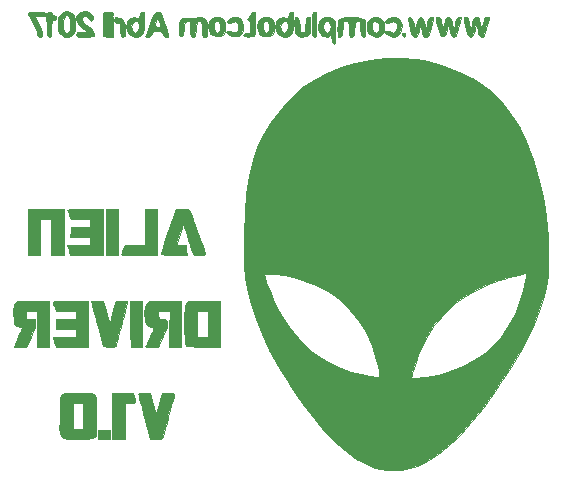
<source format=gbo>
G04 #@! TF.FileFunction,Legend,Bot*
%FSLAX46Y46*%
G04 Gerber Fmt 4.6, Leading zero omitted, Abs format (unit mm)*
G04 Created by KiCad (PCBNEW 4.0.6) date Tuesday, 11 '11e' April '11e' 2017, 13:18:08*
%MOMM*%
%LPD*%
G01*
G04 APERTURE LIST*
%ADD10C,0.100000*%
%ADD11C,0.010000*%
G04 APERTURE END LIST*
D10*
D11*
G36*
X125201428Y-87385788D02*
X125020395Y-87411189D01*
X124967564Y-87439500D01*
X124987764Y-87536329D01*
X125044641Y-87773114D01*
X125132227Y-88125940D01*
X125244552Y-88570887D01*
X125375645Y-89084040D01*
X125453623Y-89386834D01*
X125940117Y-91270667D01*
X126464353Y-91270667D01*
X126765863Y-91261595D01*
X126937717Y-91227609D01*
X127018945Y-91158550D01*
X127033717Y-91122500D01*
X127068116Y-90997743D01*
X127137646Y-90736503D01*
X127235084Y-90366247D01*
X127353207Y-89914442D01*
X127484790Y-89408556D01*
X127506894Y-89323334D01*
X127640136Y-88810912D01*
X127761289Y-88347796D01*
X127863086Y-87961542D01*
X127938258Y-87679709D01*
X127979536Y-87529854D01*
X127982517Y-87519944D01*
X127991937Y-87437497D01*
X127931605Y-87395138D01*
X127767429Y-87383868D01*
X127501228Y-87392944D01*
X126972365Y-87418334D01*
X126736905Y-88295555D01*
X126638400Y-88655941D01*
X126554681Y-88949969D01*
X126495902Y-89142727D01*
X126473778Y-89200444D01*
X126443047Y-89135232D01*
X126380433Y-88937236D01*
X126295316Y-88637901D01*
X126205723Y-88302056D01*
X125965335Y-87376000D01*
X125466667Y-87376000D01*
X125201428Y-87385788D01*
X125201428Y-87385788D01*
G37*
X125201428Y-87385788D02*
X125020395Y-87411189D01*
X124967564Y-87439500D01*
X124987764Y-87536329D01*
X125044641Y-87773114D01*
X125132227Y-88125940D01*
X125244552Y-88570887D01*
X125375645Y-89084040D01*
X125453623Y-89386834D01*
X125940117Y-91270667D01*
X126464353Y-91270667D01*
X126765863Y-91261595D01*
X126937717Y-91227609D01*
X127018945Y-91158550D01*
X127033717Y-91122500D01*
X127068116Y-90997743D01*
X127137646Y-90736503D01*
X127235084Y-90366247D01*
X127353207Y-89914442D01*
X127484790Y-89408556D01*
X127506894Y-89323334D01*
X127640136Y-88810912D01*
X127761289Y-88347796D01*
X127863086Y-87961542D01*
X127938258Y-87679709D01*
X127979536Y-87529854D01*
X127982517Y-87519944D01*
X127991937Y-87437497D01*
X127931605Y-87395138D01*
X127767429Y-87383868D01*
X127501228Y-87392944D01*
X126972365Y-87418334D01*
X126736905Y-88295555D01*
X126638400Y-88655941D01*
X126554681Y-88949969D01*
X126495902Y-89142727D01*
X126473778Y-89200444D01*
X126443047Y-89135232D01*
X126380433Y-88937236D01*
X126295316Y-88637901D01*
X126205723Y-88302056D01*
X125965335Y-87376000D01*
X125466667Y-87376000D01*
X125201428Y-87385788D01*
G36*
X122766666Y-91270667D02*
X123867333Y-91270667D01*
X123867333Y-88222667D01*
X124290666Y-88222667D01*
X124546875Y-88213495D01*
X124675346Y-88161740D01*
X124698851Y-88031044D01*
X124640163Y-87785046D01*
X124615931Y-87703323D01*
X124517863Y-87376000D01*
X122766666Y-87376000D01*
X122766666Y-91270667D01*
X122766666Y-91270667D01*
G37*
X122766666Y-91270667D02*
X123867333Y-91270667D01*
X123867333Y-88222667D01*
X124290666Y-88222667D01*
X124546875Y-88213495D01*
X124675346Y-88161740D01*
X124698851Y-88031044D01*
X124640163Y-87785046D01*
X124615931Y-87703323D01*
X124517863Y-87376000D01*
X122766666Y-87376000D01*
X122766666Y-91270667D01*
G36*
X121581333Y-91270667D02*
X122597333Y-91270667D01*
X122597333Y-90508667D01*
X121581333Y-90508667D01*
X121581333Y-91270667D01*
X121581333Y-91270667D01*
G37*
X121581333Y-91270667D02*
X122597333Y-91270667D01*
X122597333Y-90508667D01*
X121581333Y-90508667D01*
X121581333Y-91270667D01*
G36*
X119365761Y-87380461D02*
X118978095Y-87395154D01*
X118713207Y-87422048D01*
X118547921Y-87463111D01*
X118486015Y-87496024D01*
X118429053Y-87549213D01*
X118386244Y-87629790D01*
X118355045Y-87761430D01*
X118332911Y-87967809D01*
X118317300Y-88272604D01*
X118305666Y-88699489D01*
X118295516Y-89269041D01*
X118284263Y-89901979D01*
X118283294Y-90385646D01*
X118307901Y-90740029D01*
X118373375Y-90985116D01*
X118495008Y-91140895D01*
X118688090Y-91227352D01*
X118967913Y-91264476D01*
X119349769Y-91272254D01*
X119826828Y-91270667D01*
X120337548Y-91266750D01*
X120706468Y-91253276D01*
X120960981Y-91227660D01*
X121128476Y-91187319D01*
X121223828Y-91138866D01*
X121288895Y-91087276D01*
X121336924Y-91020691D01*
X121370498Y-90914954D01*
X121392202Y-90745904D01*
X121404620Y-90489384D01*
X121410336Y-90121234D01*
X121411935Y-89617296D01*
X121412000Y-89379705D01*
X121409738Y-88790827D01*
X121401815Y-88347730D01*
X121395855Y-88222667D01*
X120311333Y-88222667D01*
X120311333Y-90424000D01*
X119464666Y-90424000D01*
X119464666Y-88222667D01*
X120311333Y-88222667D01*
X121395855Y-88222667D01*
X121386525Y-88026907D01*
X121362161Y-87804851D01*
X121327016Y-87658055D01*
X121280199Y-87564172D01*
X121220770Y-87491192D01*
X121142938Y-87440000D01*
X121018444Y-87406746D01*
X120819030Y-87387578D01*
X120516437Y-87378645D01*
X120082406Y-87376097D01*
X119899381Y-87376000D01*
X119365761Y-87380461D01*
X119365761Y-87380461D01*
G37*
X119365761Y-87380461D02*
X118978095Y-87395154D01*
X118713207Y-87422048D01*
X118547921Y-87463111D01*
X118486015Y-87496024D01*
X118429053Y-87549213D01*
X118386244Y-87629790D01*
X118355045Y-87761430D01*
X118332911Y-87967809D01*
X118317300Y-88272604D01*
X118305666Y-88699489D01*
X118295516Y-89269041D01*
X118284263Y-89901979D01*
X118283294Y-90385646D01*
X118307901Y-90740029D01*
X118373375Y-90985116D01*
X118495008Y-91140895D01*
X118688090Y-91227352D01*
X118967913Y-91264476D01*
X119349769Y-91272254D01*
X119826828Y-91270667D01*
X120337548Y-91266750D01*
X120706468Y-91253276D01*
X120960981Y-91227660D01*
X121128476Y-91187319D01*
X121223828Y-91138866D01*
X121288895Y-91087276D01*
X121336924Y-91020691D01*
X121370498Y-90914954D01*
X121392202Y-90745904D01*
X121404620Y-90489384D01*
X121410336Y-90121234D01*
X121411935Y-89617296D01*
X121412000Y-89379705D01*
X121409738Y-88790827D01*
X121401815Y-88347730D01*
X121395855Y-88222667D01*
X120311333Y-88222667D01*
X120311333Y-90424000D01*
X119464666Y-90424000D01*
X119464666Y-88222667D01*
X120311333Y-88222667D01*
X121395855Y-88222667D01*
X121386525Y-88026907D01*
X121362161Y-87804851D01*
X121327016Y-87658055D01*
X121280199Y-87564172D01*
X121220770Y-87491192D01*
X121142938Y-87440000D01*
X121018444Y-87406746D01*
X120819030Y-87387578D01*
X120516437Y-87378645D01*
X120082406Y-87376097D01*
X119899381Y-87376000D01*
X119365761Y-87380461D01*
G36*
X130005457Y-79588453D02*
X129626966Y-79595604D01*
X129364845Y-79610809D01*
X129192623Y-79636758D01*
X129083828Y-79676140D01*
X129011989Y-79731644D01*
X129002789Y-79741500D01*
X128954290Y-79815251D01*
X128918209Y-79929771D01*
X128892798Y-80108242D01*
X128876310Y-80373846D01*
X128866999Y-80749766D01*
X128863119Y-81259185D01*
X128862666Y-81601188D01*
X128863594Y-82181036D01*
X128867769Y-82614419D01*
X128877282Y-82924205D01*
X128894220Y-83133258D01*
X128920673Y-83264445D01*
X128958730Y-83340630D01*
X129010481Y-83384679D01*
X129026434Y-83393688D01*
X129168926Y-83425159D01*
X129450928Y-83451203D01*
X129842661Y-83470106D01*
X130314341Y-83480155D01*
X130550434Y-83481334D01*
X131910666Y-83481334D01*
X131910666Y-80433334D01*
X130894666Y-80433334D01*
X130894666Y-82634667D01*
X129963333Y-82634667D01*
X129963333Y-80433334D01*
X130894666Y-80433334D01*
X131910666Y-80433334D01*
X131910666Y-79586667D01*
X130526789Y-79586667D01*
X130005457Y-79588453D01*
X130005457Y-79588453D01*
G37*
X130005457Y-79588453D02*
X129626966Y-79595604D01*
X129364845Y-79610809D01*
X129192623Y-79636758D01*
X129083828Y-79676140D01*
X129011989Y-79731644D01*
X129002789Y-79741500D01*
X128954290Y-79815251D01*
X128918209Y-79929771D01*
X128892798Y-80108242D01*
X128876310Y-80373846D01*
X128866999Y-80749766D01*
X128863119Y-81259185D01*
X128862666Y-81601188D01*
X128863594Y-82181036D01*
X128867769Y-82614419D01*
X128877282Y-82924205D01*
X128894220Y-83133258D01*
X128920673Y-83264445D01*
X128958730Y-83340630D01*
X129010481Y-83384679D01*
X129026434Y-83393688D01*
X129168926Y-83425159D01*
X129450928Y-83451203D01*
X129842661Y-83470106D01*
X130314341Y-83480155D01*
X130550434Y-83481334D01*
X131910666Y-83481334D01*
X131910666Y-80433334D01*
X130894666Y-80433334D01*
X130894666Y-82634667D01*
X129963333Y-82634667D01*
X129963333Y-80433334D01*
X130894666Y-80433334D01*
X131910666Y-80433334D01*
X131910666Y-79586667D01*
X130526789Y-79586667D01*
X130005457Y-79588453D01*
G36*
X127232833Y-79587963D02*
X126762874Y-79592070D01*
X126350190Y-79602586D01*
X126025491Y-79618184D01*
X125819491Y-79637535D01*
X125763841Y-79651463D01*
X125604223Y-79843468D01*
X125509450Y-80169594D01*
X125476121Y-80641967D01*
X125476000Y-80677784D01*
X125490020Y-81012214D01*
X125526682Y-81306867D01*
X125575182Y-81489713D01*
X125660285Y-81628100D01*
X125791417Y-81715359D01*
X126018606Y-81778246D01*
X126166364Y-81805870D01*
X126219728Y-81838985D01*
X126222344Y-81928915D01*
X126166867Y-82101524D01*
X126045952Y-82382675D01*
X125933530Y-82625765D01*
X125779135Y-82957851D01*
X125655914Y-83228054D01*
X125578958Y-83402960D01*
X125560666Y-83451265D01*
X125637770Y-83466841D01*
X125838859Y-83477695D01*
X126089833Y-83481299D01*
X126619000Y-83481265D01*
X127027347Y-82603237D01*
X127233688Y-82134306D01*
X127358269Y-81786105D01*
X127408656Y-81535508D01*
X127408347Y-81439104D01*
X127378219Y-81258225D01*
X127299898Y-81170633D01*
X127122294Y-81135141D01*
X127021166Y-81126965D01*
X126795785Y-81102967D01*
X126692091Y-81043165D01*
X126662826Y-80900301D01*
X126661333Y-80767132D01*
X126661333Y-80433334D01*
X127611549Y-80433334D01*
X127579900Y-81957334D01*
X127548250Y-83481334D01*
X128608666Y-83481334D01*
X128608666Y-79586667D01*
X127232833Y-79587963D01*
X127232833Y-79587963D01*
G37*
X127232833Y-79587963D02*
X126762874Y-79592070D01*
X126350190Y-79602586D01*
X126025491Y-79618184D01*
X125819491Y-79637535D01*
X125763841Y-79651463D01*
X125604223Y-79843468D01*
X125509450Y-80169594D01*
X125476121Y-80641967D01*
X125476000Y-80677784D01*
X125490020Y-81012214D01*
X125526682Y-81306867D01*
X125575182Y-81489713D01*
X125660285Y-81628100D01*
X125791417Y-81715359D01*
X126018606Y-81778246D01*
X126166364Y-81805870D01*
X126219728Y-81838985D01*
X126222344Y-81928915D01*
X126166867Y-82101524D01*
X126045952Y-82382675D01*
X125933530Y-82625765D01*
X125779135Y-82957851D01*
X125655914Y-83228054D01*
X125578958Y-83402960D01*
X125560666Y-83451265D01*
X125637770Y-83466841D01*
X125838859Y-83477695D01*
X126089833Y-83481299D01*
X126619000Y-83481265D01*
X127027347Y-82603237D01*
X127233688Y-82134306D01*
X127358269Y-81786105D01*
X127408656Y-81535508D01*
X127408347Y-81439104D01*
X127378219Y-81258225D01*
X127299898Y-81170633D01*
X127122294Y-81135141D01*
X127021166Y-81126965D01*
X126795785Y-81102967D01*
X126692091Y-81043165D01*
X126662826Y-80900301D01*
X126661333Y-80767132D01*
X126661333Y-80433334D01*
X127611549Y-80433334D01*
X127579900Y-81957334D01*
X127548250Y-83481334D01*
X128608666Y-83481334D01*
X128608666Y-79586667D01*
X127232833Y-79587963D01*
G36*
X124777500Y-79603793D02*
X124248333Y-79629000D01*
X124220468Y-80264000D01*
X124214320Y-80584454D01*
X124216799Y-81022587D01*
X124227102Y-81527008D01*
X124244425Y-82046325D01*
X124250549Y-82190167D01*
X124308495Y-83481334D01*
X125306666Y-83481334D01*
X125306666Y-79578587D01*
X124777500Y-79603793D01*
X124777500Y-79603793D01*
G37*
X124777500Y-79603793D02*
X124248333Y-79629000D01*
X124220468Y-80264000D01*
X124214320Y-80584454D01*
X124216799Y-81022587D01*
X124227102Y-81527008D01*
X124244425Y-82046325D01*
X124250549Y-82190167D01*
X124308495Y-83481334D01*
X125306666Y-83481334D01*
X125306666Y-79578587D01*
X124777500Y-79603793D01*
G36*
X122901553Y-80037735D02*
X122801692Y-80399679D01*
X122702932Y-80785897D01*
X122669337Y-80926735D01*
X122604009Y-81170914D01*
X122544275Y-81329889D01*
X122515831Y-81364667D01*
X122470165Y-81289336D01*
X122399523Y-81091220D01*
X122318694Y-80812130D01*
X122313697Y-80793167D01*
X122223044Y-80446978D01*
X122136746Y-80117178D01*
X122081061Y-79904167D01*
X121998140Y-79586667D01*
X120975212Y-79586667D01*
X121027848Y-79819500D01*
X121064738Y-79970481D01*
X121137103Y-80256542D01*
X121237578Y-80648941D01*
X121358797Y-81118935D01*
X121493392Y-81637779D01*
X121521473Y-81745667D01*
X121962464Y-83439000D01*
X122492661Y-83464235D01*
X122821173Y-83466563D01*
X123004905Y-83432595D01*
X123061160Y-83379569D01*
X123092390Y-83269949D01*
X123157154Y-83028929D01*
X123248085Y-82684919D01*
X123357817Y-82266330D01*
X123478981Y-81801574D01*
X123604210Y-81319060D01*
X123726137Y-80847201D01*
X123837394Y-80414406D01*
X123930615Y-80049087D01*
X123998430Y-79779655D01*
X124033473Y-79634521D01*
X124036666Y-79617747D01*
X123959765Y-79601267D01*
X123760092Y-79589998D01*
X123534674Y-79586667D01*
X123032682Y-79586667D01*
X122901553Y-80037735D01*
X122901553Y-80037735D01*
G37*
X122901553Y-80037735D02*
X122801692Y-80399679D01*
X122702932Y-80785897D01*
X122669337Y-80926735D01*
X122604009Y-81170914D01*
X122544275Y-81329889D01*
X122515831Y-81364667D01*
X122470165Y-81289336D01*
X122399523Y-81091220D01*
X122318694Y-80812130D01*
X122313697Y-80793167D01*
X122223044Y-80446978D01*
X122136746Y-80117178D01*
X122081061Y-79904167D01*
X121998140Y-79586667D01*
X120975212Y-79586667D01*
X121027848Y-79819500D01*
X121064738Y-79970481D01*
X121137103Y-80256542D01*
X121237578Y-80648941D01*
X121358797Y-81118935D01*
X121493392Y-81637779D01*
X121521473Y-81745667D01*
X121962464Y-83439000D01*
X122492661Y-83464235D01*
X122821173Y-83466563D01*
X123004905Y-83432595D01*
X123061160Y-83379569D01*
X123092390Y-83269949D01*
X123157154Y-83028929D01*
X123248085Y-82684919D01*
X123357817Y-82266330D01*
X123478981Y-81801574D01*
X123604210Y-81319060D01*
X123726137Y-80847201D01*
X123837394Y-80414406D01*
X123930615Y-80049087D01*
X123998430Y-79779655D01*
X124033473Y-79634521D01*
X124036666Y-79617747D01*
X123959765Y-79601267D01*
X123760092Y-79589998D01*
X123534674Y-79586667D01*
X123032682Y-79586667D01*
X122901553Y-80037735D01*
G36*
X118638574Y-79589179D02*
X118225103Y-79597554D01*
X117945495Y-79613052D01*
X117782046Y-79636933D01*
X117717052Y-79670458D01*
X117716443Y-79692500D01*
X117770100Y-79838308D01*
X117846867Y-80063982D01*
X117863900Y-80115834D01*
X117967470Y-80433334D01*
X119718666Y-80433334D01*
X119718666Y-81110667D01*
X118025333Y-81110667D01*
X118025333Y-81957334D01*
X119718666Y-81957334D01*
X119718666Y-82634667D01*
X117702235Y-82634667D01*
X117837611Y-83058000D01*
X117972988Y-83481334D01*
X120734666Y-83481334D01*
X120734666Y-79586667D01*
X119203611Y-79586667D01*
X118638574Y-79589179D01*
X118638574Y-79589179D01*
G37*
X118638574Y-79589179D02*
X118225103Y-79597554D01*
X117945495Y-79613052D01*
X117782046Y-79636933D01*
X117717052Y-79670458D01*
X117716443Y-79692500D01*
X117770100Y-79838308D01*
X117846867Y-80063982D01*
X117863900Y-80115834D01*
X117967470Y-80433334D01*
X119718666Y-80433334D01*
X119718666Y-81110667D01*
X118025333Y-81110667D01*
X118025333Y-81957334D01*
X119718666Y-81957334D01*
X119718666Y-82634667D01*
X117702235Y-82634667D01*
X117837611Y-83058000D01*
X117972988Y-83481334D01*
X120734666Y-83481334D01*
X120734666Y-79586667D01*
X119203611Y-79586667D01*
X118638574Y-79589179D01*
G36*
X115518299Y-79587872D02*
X115087354Y-79600729D01*
X114782281Y-79639096D01*
X114581356Y-79716832D01*
X114462855Y-79847798D01*
X114405055Y-80045852D01*
X114386232Y-80324854D01*
X114384666Y-80679012D01*
X114397401Y-81139697D01*
X114443416Y-81456675D01*
X114534425Y-81654192D01*
X114682145Y-81756495D01*
X114898292Y-81787832D01*
X114920500Y-81788000D01*
X115086580Y-81802119D01*
X115146666Y-81831717D01*
X115112972Y-81921875D01*
X115021927Y-82131132D01*
X114888586Y-82425516D01*
X114771446Y-82678383D01*
X114396225Y-83481334D01*
X115484040Y-83481334D01*
X115865687Y-82664633D01*
X116077709Y-82175919D01*
X116201892Y-81799628D01*
X116246852Y-81509003D01*
X116247333Y-81479299D01*
X116247333Y-81110667D01*
X115485333Y-81110667D01*
X115485333Y-80433334D01*
X116416666Y-80433334D01*
X116416666Y-83481334D01*
X117432666Y-83481334D01*
X117432666Y-79586667D01*
X116096839Y-79586667D01*
X115518299Y-79587872D01*
X115518299Y-79587872D01*
G37*
X115518299Y-79587872D02*
X115087354Y-79600729D01*
X114782281Y-79639096D01*
X114581356Y-79716832D01*
X114462855Y-79847798D01*
X114405055Y-80045852D01*
X114386232Y-80324854D01*
X114384666Y-80679012D01*
X114397401Y-81139697D01*
X114443416Y-81456675D01*
X114534425Y-81654192D01*
X114682145Y-81756495D01*
X114898292Y-81787832D01*
X114920500Y-81788000D01*
X115086580Y-81802119D01*
X115146666Y-81831717D01*
X115112972Y-81921875D01*
X115021927Y-82131132D01*
X114888586Y-82425516D01*
X114771446Y-82678383D01*
X114396225Y-83481334D01*
X115484040Y-83481334D01*
X115865687Y-82664633D01*
X116077709Y-82175919D01*
X116201892Y-81799628D01*
X116246852Y-81509003D01*
X116247333Y-81479299D01*
X116247333Y-81110667D01*
X115485333Y-81110667D01*
X115485333Y-80433334D01*
X116416666Y-80433334D01*
X116416666Y-83481334D01*
X117432666Y-83481334D01*
X117432666Y-79586667D01*
X116096839Y-79586667D01*
X115518299Y-79587872D01*
G36*
X127512236Y-73638834D02*
X127331456Y-74170577D01*
X127167908Y-74651423D01*
X127029809Y-75057230D01*
X126925374Y-75363859D01*
X126862822Y-75547169D01*
X126849426Y-75586167D01*
X126873508Y-75631201D01*
X126995530Y-75662326D01*
X127235137Y-75681470D01*
X127611977Y-75690563D01*
X127926914Y-75692000D01*
X129041278Y-75692000D01*
X129015472Y-75289834D01*
X128989666Y-74887667D01*
X128587500Y-74861861D01*
X128352988Y-74835735D01*
X128208057Y-74798253D01*
X128185333Y-74777404D01*
X128210555Y-74676824D01*
X128278471Y-74453326D01*
X128377453Y-74144376D01*
X128450985Y-73921358D01*
X128716637Y-73123965D01*
X129043156Y-74048149D01*
X129188654Y-74458130D01*
X129327909Y-74847308D01*
X129442957Y-75165649D01*
X129504174Y-75332167D01*
X129638672Y-75692000D01*
X130139669Y-75692000D01*
X130405501Y-75680584D01*
X130587164Y-75650946D01*
X130640666Y-75617586D01*
X130613260Y-75525750D01*
X130537576Y-75302240D01*
X130423418Y-74974443D01*
X130280589Y-74569747D01*
X130118893Y-74115538D01*
X129948134Y-73639204D01*
X129778115Y-73168131D01*
X129618639Y-72729707D01*
X129479510Y-72351319D01*
X129370531Y-72060354D01*
X129326206Y-71945500D01*
X129262024Y-71863279D01*
X129125241Y-71817558D01*
X128877247Y-71799158D01*
X128703026Y-71797334D01*
X128138170Y-71797334D01*
X127512236Y-73638834D01*
X127512236Y-73638834D01*
G37*
X127512236Y-73638834D02*
X127331456Y-74170577D01*
X127167908Y-74651423D01*
X127029809Y-75057230D01*
X126925374Y-75363859D01*
X126862822Y-75547169D01*
X126849426Y-75586167D01*
X126873508Y-75631201D01*
X126995530Y-75662326D01*
X127235137Y-75681470D01*
X127611977Y-75690563D01*
X127926914Y-75692000D01*
X129041278Y-75692000D01*
X129015472Y-75289834D01*
X128989666Y-74887667D01*
X128587500Y-74861861D01*
X128352988Y-74835735D01*
X128208057Y-74798253D01*
X128185333Y-74777404D01*
X128210555Y-74676824D01*
X128278471Y-74453326D01*
X128377453Y-74144376D01*
X128450985Y-73921358D01*
X128716637Y-73123965D01*
X129043156Y-74048149D01*
X129188654Y-74458130D01*
X129327909Y-74847308D01*
X129442957Y-75165649D01*
X129504174Y-75332167D01*
X129638672Y-75692000D01*
X130139669Y-75692000D01*
X130405501Y-75680584D01*
X130587164Y-75650946D01*
X130640666Y-75617586D01*
X130613260Y-75525750D01*
X130537576Y-75302240D01*
X130423418Y-74974443D01*
X130280589Y-74569747D01*
X130118893Y-74115538D01*
X129948134Y-73639204D01*
X129778115Y-73168131D01*
X129618639Y-72729707D01*
X129479510Y-72351319D01*
X129370531Y-72060354D01*
X129326206Y-71945500D01*
X129262024Y-71863279D01*
X129125241Y-71817558D01*
X128877247Y-71799158D01*
X128703026Y-71797334D01*
X128138170Y-71797334D01*
X127512236Y-73638834D01*
G36*
X125560666Y-74845334D02*
X123798584Y-74845334D01*
X123663625Y-75241416D01*
X123585770Y-75474934D01*
X123537008Y-75630858D01*
X123528666Y-75664749D01*
X123608880Y-75673455D01*
X123831708Y-75681009D01*
X124170433Y-75686936D01*
X124598340Y-75690756D01*
X125052666Y-75692000D01*
X126576666Y-75692000D01*
X126576666Y-71797334D01*
X125560666Y-71797334D01*
X125560666Y-74845334D01*
X125560666Y-74845334D01*
G37*
X125560666Y-74845334D02*
X123798584Y-74845334D01*
X123663625Y-75241416D01*
X123585770Y-75474934D01*
X123537008Y-75630858D01*
X123528666Y-75664749D01*
X123608880Y-75673455D01*
X123831708Y-75681009D01*
X124170433Y-75686936D01*
X124598340Y-75690756D01*
X125052666Y-75692000D01*
X126576666Y-75692000D01*
X126576666Y-71797334D01*
X125560666Y-71797334D01*
X125560666Y-74845334D01*
G36*
X122258666Y-75692000D02*
X123274666Y-75692000D01*
X123274666Y-71797334D01*
X122258666Y-71797334D01*
X122258666Y-75692000D01*
X122258666Y-75692000D01*
G37*
X122258666Y-75692000D02*
X123274666Y-75692000D01*
X123274666Y-71797334D01*
X122258666Y-71797334D01*
X122258666Y-75692000D01*
G36*
X119916110Y-71801806D02*
X119468383Y-71814688D01*
X119152226Y-71835177D01*
X118982379Y-71862472D01*
X118956666Y-71880287D01*
X118986031Y-72004979D01*
X119059633Y-72218067D01*
X119092860Y-72303620D01*
X119229053Y-72644000D01*
X120904000Y-72644000D01*
X120904000Y-73315202D01*
X120078500Y-73339434D01*
X119253000Y-73363667D01*
X119227194Y-73765834D01*
X119201389Y-74168000D01*
X120904000Y-74168000D01*
X120904000Y-74845334D01*
X118938309Y-74845334D01*
X118990497Y-75053266D01*
X119063964Y-75302510D01*
X119124580Y-75476599D01*
X119206475Y-75692000D01*
X122004666Y-75692000D01*
X122004666Y-71797334D01*
X120480666Y-71797334D01*
X119916110Y-71801806D01*
X119916110Y-71801806D01*
G37*
X119916110Y-71801806D02*
X119468383Y-71814688D01*
X119152226Y-71835177D01*
X118982379Y-71862472D01*
X118956666Y-71880287D01*
X118986031Y-72004979D01*
X119059633Y-72218067D01*
X119092860Y-72303620D01*
X119229053Y-72644000D01*
X120904000Y-72644000D01*
X120904000Y-73315202D01*
X120078500Y-73339434D01*
X119253000Y-73363667D01*
X119227194Y-73765834D01*
X119201389Y-74168000D01*
X120904000Y-74168000D01*
X120904000Y-74845334D01*
X118938309Y-74845334D01*
X118990497Y-75053266D01*
X119063964Y-75302510D01*
X119124580Y-75476599D01*
X119206475Y-75692000D01*
X122004666Y-75692000D01*
X122004666Y-71797334D01*
X120480666Y-71797334D01*
X119916110Y-71801806D01*
G36*
X115654666Y-75692000D02*
X116670666Y-75692000D01*
X116670666Y-72644000D01*
X117602000Y-72644000D01*
X117602000Y-75692000D01*
X118702666Y-75692000D01*
X118702666Y-71797334D01*
X115654666Y-71797334D01*
X115654666Y-75692000D01*
X115654666Y-75692000D01*
G37*
X115654666Y-75692000D02*
X116670666Y-75692000D01*
X116670666Y-72644000D01*
X117602000Y-72644000D01*
X117602000Y-75692000D01*
X118702666Y-75692000D01*
X118702666Y-71797334D01*
X115654666Y-71797334D01*
X115654666Y-75692000D01*
G36*
X145902581Y-59050834D02*
X144603801Y-59195468D01*
X143319515Y-59454688D01*
X142077262Y-59821867D01*
X140904580Y-60290379D01*
X139829007Y-60853598D01*
X139017291Y-61397623D01*
X138279045Y-62017806D01*
X137536686Y-62758681D01*
X136827603Y-63576768D01*
X136189182Y-64428589D01*
X135658813Y-65270668D01*
X135607670Y-65362667D01*
X135103798Y-66433307D01*
X134685636Y-67648820D01*
X134353401Y-69007913D01*
X134107311Y-70509291D01*
X133947581Y-72151662D01*
X133874429Y-73933732D01*
X133882641Y-75649667D01*
X133901841Y-76322572D01*
X133925086Y-76863334D01*
X133955779Y-77309138D01*
X133997322Y-77697174D01*
X134053116Y-78064627D01*
X134126565Y-78448686D01*
X134148186Y-78552132D01*
X134469284Y-79841431D01*
X134888527Y-81125520D01*
X135414396Y-82423223D01*
X136055376Y-83753360D01*
X136819949Y-85134755D01*
X137716599Y-86586228D01*
X137887254Y-86848127D01*
X138851902Y-88255672D01*
X139792446Y-89500556D01*
X140713295Y-90587033D01*
X141618859Y-91519358D01*
X142513545Y-92301785D01*
X143401762Y-92938569D01*
X144287920Y-93433964D01*
X145032098Y-93743302D01*
X145479642Y-93855131D01*
X146028879Y-93924769D01*
X146616809Y-93949404D01*
X147180434Y-93926223D01*
X147627852Y-93859222D01*
X148512847Y-93582078D01*
X149409222Y-93151369D01*
X150318988Y-92565252D01*
X151244159Y-91821886D01*
X152186747Y-90919430D01*
X153148764Y-89856042D01*
X154132223Y-88629880D01*
X155139136Y-87239105D01*
X155592040Y-86571667D01*
X156481436Y-85194437D01*
X157248374Y-83912705D01*
X157898624Y-82711371D01*
X158437955Y-81575336D01*
X158872137Y-80489500D01*
X159206938Y-79438765D01*
X159448129Y-78408031D01*
X159601480Y-77382199D01*
X159602638Y-77365359D01*
X157761864Y-77365359D01*
X157740762Y-77597370D01*
X157685856Y-77927192D01*
X157603842Y-78322419D01*
X157501419Y-78750645D01*
X157385282Y-79179465D01*
X157268344Y-79557891D01*
X156819004Y-80716565D01*
X156283596Y-81740922D01*
X155650024Y-82648969D01*
X154906192Y-83458711D01*
X154283939Y-84000228D01*
X153416910Y-84600365D01*
X152434812Y-85123716D01*
X151381843Y-85551010D01*
X150302200Y-85862980D01*
X149767144Y-85969535D01*
X149378526Y-86025741D01*
X148985902Y-86067483D01*
X148624706Y-86092879D01*
X148330372Y-86100046D01*
X148138335Y-86087101D01*
X148082000Y-86059081D01*
X148103499Y-85962314D01*
X148139277Y-85825114D01*
X145364783Y-85825114D01*
X145362641Y-85991362D01*
X145315712Y-86066603D01*
X145222478Y-86075330D01*
X145182167Y-86067978D01*
X145014495Y-86034744D01*
X144730921Y-85981541D01*
X144382293Y-85917850D01*
X144240335Y-85892334D01*
X142934972Y-85581206D01*
X141724636Y-85131064D01*
X140607189Y-84540398D01*
X139580490Y-83807698D01*
X138642398Y-82931454D01*
X137790775Y-81910154D01*
X137080801Y-80839452D01*
X136870367Y-80457173D01*
X136636278Y-79984728D01*
X136395150Y-79460860D01*
X136163599Y-78924313D01*
X135958244Y-78413829D01*
X135795699Y-77968151D01*
X135692582Y-77626022D01*
X135681060Y-77575833D01*
X135622546Y-77300667D01*
X135989107Y-77301166D01*
X136595516Y-77339017D01*
X137302071Y-77443348D01*
X138058677Y-77602530D01*
X138815237Y-77804934D01*
X139521656Y-78038931D01*
X139994853Y-78231047D01*
X141019189Y-78782517D01*
X141962491Y-79474645D01*
X142814852Y-80294417D01*
X143566364Y-81228821D01*
X144207121Y-82264844D01*
X144727216Y-83389471D01*
X145116741Y-84589690D01*
X145240768Y-85121629D01*
X145323653Y-85543367D01*
X145364783Y-85825114D01*
X148139277Y-85825114D01*
X148161257Y-85740830D01*
X148245169Y-85432777D01*
X148300686Y-85233581D01*
X148745606Y-83917983D01*
X149309285Y-82721438D01*
X149994765Y-81640596D01*
X150805089Y-80672104D01*
X151743298Y-79812612D01*
X152812434Y-79058769D01*
X154015540Y-78407225D01*
X154813000Y-78059992D01*
X155098841Y-77955809D01*
X155468773Y-77835608D01*
X155891044Y-77708022D01*
X156333900Y-77581683D01*
X156765588Y-77465225D01*
X157154356Y-77367280D01*
X157468451Y-77296480D01*
X157676118Y-77261458D01*
X157742466Y-77263565D01*
X157761864Y-77365359D01*
X159602638Y-77365359D01*
X159672758Y-76346169D01*
X159679597Y-75874086D01*
X159620773Y-74158992D01*
X159453328Y-72428622D01*
X159183688Y-70723024D01*
X158818277Y-69082247D01*
X158363518Y-67546340D01*
X158326164Y-67437000D01*
X157777671Y-66031987D01*
X157151712Y-64774547D01*
X156445334Y-63660197D01*
X155655583Y-62684450D01*
X154779505Y-61842822D01*
X154485462Y-61604982D01*
X153348259Y-60821070D01*
X152139926Y-60180595D01*
X150849266Y-59678982D01*
X149465085Y-59311654D01*
X148433475Y-59131829D01*
X147188319Y-59027412D01*
X145902581Y-59050834D01*
X145902581Y-59050834D01*
G37*
X145902581Y-59050834D02*
X144603801Y-59195468D01*
X143319515Y-59454688D01*
X142077262Y-59821867D01*
X140904580Y-60290379D01*
X139829007Y-60853598D01*
X139017291Y-61397623D01*
X138279045Y-62017806D01*
X137536686Y-62758681D01*
X136827603Y-63576768D01*
X136189182Y-64428589D01*
X135658813Y-65270668D01*
X135607670Y-65362667D01*
X135103798Y-66433307D01*
X134685636Y-67648820D01*
X134353401Y-69007913D01*
X134107311Y-70509291D01*
X133947581Y-72151662D01*
X133874429Y-73933732D01*
X133882641Y-75649667D01*
X133901841Y-76322572D01*
X133925086Y-76863334D01*
X133955779Y-77309138D01*
X133997322Y-77697174D01*
X134053116Y-78064627D01*
X134126565Y-78448686D01*
X134148186Y-78552132D01*
X134469284Y-79841431D01*
X134888527Y-81125520D01*
X135414396Y-82423223D01*
X136055376Y-83753360D01*
X136819949Y-85134755D01*
X137716599Y-86586228D01*
X137887254Y-86848127D01*
X138851902Y-88255672D01*
X139792446Y-89500556D01*
X140713295Y-90587033D01*
X141618859Y-91519358D01*
X142513545Y-92301785D01*
X143401762Y-92938569D01*
X144287920Y-93433964D01*
X145032098Y-93743302D01*
X145479642Y-93855131D01*
X146028879Y-93924769D01*
X146616809Y-93949404D01*
X147180434Y-93926223D01*
X147627852Y-93859222D01*
X148512847Y-93582078D01*
X149409222Y-93151369D01*
X150318988Y-92565252D01*
X151244159Y-91821886D01*
X152186747Y-90919430D01*
X153148764Y-89856042D01*
X154132223Y-88629880D01*
X155139136Y-87239105D01*
X155592040Y-86571667D01*
X156481436Y-85194437D01*
X157248374Y-83912705D01*
X157898624Y-82711371D01*
X158437955Y-81575336D01*
X158872137Y-80489500D01*
X159206938Y-79438765D01*
X159448129Y-78408031D01*
X159601480Y-77382199D01*
X159602638Y-77365359D01*
X157761864Y-77365359D01*
X157740762Y-77597370D01*
X157685856Y-77927192D01*
X157603842Y-78322419D01*
X157501419Y-78750645D01*
X157385282Y-79179465D01*
X157268344Y-79557891D01*
X156819004Y-80716565D01*
X156283596Y-81740922D01*
X155650024Y-82648969D01*
X154906192Y-83458711D01*
X154283939Y-84000228D01*
X153416910Y-84600365D01*
X152434812Y-85123716D01*
X151381843Y-85551010D01*
X150302200Y-85862980D01*
X149767144Y-85969535D01*
X149378526Y-86025741D01*
X148985902Y-86067483D01*
X148624706Y-86092879D01*
X148330372Y-86100046D01*
X148138335Y-86087101D01*
X148082000Y-86059081D01*
X148103499Y-85962314D01*
X148139277Y-85825114D01*
X145364783Y-85825114D01*
X145362641Y-85991362D01*
X145315712Y-86066603D01*
X145222478Y-86075330D01*
X145182167Y-86067978D01*
X145014495Y-86034744D01*
X144730921Y-85981541D01*
X144382293Y-85917850D01*
X144240335Y-85892334D01*
X142934972Y-85581206D01*
X141724636Y-85131064D01*
X140607189Y-84540398D01*
X139580490Y-83807698D01*
X138642398Y-82931454D01*
X137790775Y-81910154D01*
X137080801Y-80839452D01*
X136870367Y-80457173D01*
X136636278Y-79984728D01*
X136395150Y-79460860D01*
X136163599Y-78924313D01*
X135958244Y-78413829D01*
X135795699Y-77968151D01*
X135692582Y-77626022D01*
X135681060Y-77575833D01*
X135622546Y-77300667D01*
X135989107Y-77301166D01*
X136595516Y-77339017D01*
X137302071Y-77443348D01*
X138058677Y-77602530D01*
X138815237Y-77804934D01*
X139521656Y-78038931D01*
X139994853Y-78231047D01*
X141019189Y-78782517D01*
X141962491Y-79474645D01*
X142814852Y-80294417D01*
X143566364Y-81228821D01*
X144207121Y-82264844D01*
X144727216Y-83389471D01*
X145116741Y-84589690D01*
X145240768Y-85121629D01*
X145323653Y-85543367D01*
X145364783Y-85825114D01*
X148139277Y-85825114D01*
X148161257Y-85740830D01*
X148245169Y-85432777D01*
X148300686Y-85233581D01*
X148745606Y-83917983D01*
X149309285Y-82721438D01*
X149994765Y-81640596D01*
X150805089Y-80672104D01*
X151743298Y-79812612D01*
X152812434Y-79058769D01*
X154015540Y-78407225D01*
X154813000Y-78059992D01*
X155098841Y-77955809D01*
X155468773Y-77835608D01*
X155891044Y-77708022D01*
X156333900Y-77581683D01*
X156765588Y-77465225D01*
X157154356Y-77367280D01*
X157468451Y-77296480D01*
X157676118Y-77261458D01*
X157742466Y-77263565D01*
X157761864Y-77365359D01*
X159602638Y-77365359D01*
X159672758Y-76346169D01*
X159679597Y-75874086D01*
X159620773Y-74158992D01*
X159453328Y-72428622D01*
X159183688Y-70723024D01*
X158818277Y-69082247D01*
X158363518Y-67546340D01*
X158326164Y-67437000D01*
X157777671Y-66031987D01*
X157151712Y-64774547D01*
X156445334Y-63660197D01*
X155655583Y-62684450D01*
X154779505Y-61842822D01*
X154485462Y-61604982D01*
X153348259Y-60821070D01*
X152139926Y-60180595D01*
X150849266Y-59678982D01*
X149465085Y-59311654D01*
X148433475Y-59131829D01*
X147188319Y-59027412D01*
X145902581Y-59050834D01*
G36*
X140446625Y-55710009D02*
X140411686Y-55738388D01*
X140234876Y-55986405D01*
X140166433Y-56296634D01*
X140197500Y-56622036D01*
X140319220Y-56915573D01*
X140522738Y-57130205D01*
X140687517Y-57203375D01*
X140915130Y-57211597D01*
X141066297Y-57162386D01*
X141204348Y-57086070D01*
X141275961Y-57101658D01*
X141309180Y-57237560D01*
X141324965Y-57424436D01*
X141366272Y-57676877D01*
X141452043Y-57795149D01*
X141499167Y-57811644D01*
X141562999Y-57809221D01*
X141605436Y-57754923D01*
X141630758Y-57621430D01*
X141643247Y-57381423D01*
X141647181Y-57007583D01*
X141647333Y-56866020D01*
X141645751Y-56446428D01*
X141644877Y-56419298D01*
X141239779Y-56419298D01*
X141190184Y-56656625D01*
X141075110Y-56833076D01*
X140919252Y-56896000D01*
X140795406Y-56831175D01*
X140661582Y-56677772D01*
X140583484Y-56460132D01*
X140599249Y-56236749D01*
X140685906Y-56044413D01*
X140820486Y-55919917D01*
X140980018Y-55900050D01*
X141100709Y-55974423D01*
X141213439Y-56174197D01*
X141239779Y-56419298D01*
X141644877Y-56419298D01*
X141636577Y-56161949D01*
X141613167Y-55978365D01*
X141568880Y-55861457D01*
X141497073Y-55777007D01*
X141424249Y-55716812D01*
X141106860Y-55565829D01*
X140763674Y-55563930D01*
X140446625Y-55710009D01*
X140446625Y-55710009D01*
G37*
X140446625Y-55710009D02*
X140411686Y-55738388D01*
X140234876Y-55986405D01*
X140166433Y-56296634D01*
X140197500Y-56622036D01*
X140319220Y-56915573D01*
X140522738Y-57130205D01*
X140687517Y-57203375D01*
X140915130Y-57211597D01*
X141066297Y-57162386D01*
X141204348Y-57086070D01*
X141275961Y-57101658D01*
X141309180Y-57237560D01*
X141324965Y-57424436D01*
X141366272Y-57676877D01*
X141452043Y-57795149D01*
X141499167Y-57811644D01*
X141562999Y-57809221D01*
X141605436Y-57754923D01*
X141630758Y-57621430D01*
X141643247Y-57381423D01*
X141647181Y-57007583D01*
X141647333Y-56866020D01*
X141645751Y-56446428D01*
X141644877Y-56419298D01*
X141239779Y-56419298D01*
X141190184Y-56656625D01*
X141075110Y-56833076D01*
X140919252Y-56896000D01*
X140795406Y-56831175D01*
X140661582Y-56677772D01*
X140583484Y-56460132D01*
X140599249Y-56236749D01*
X140685906Y-56044413D01*
X140820486Y-55919917D01*
X140980018Y-55900050D01*
X141100709Y-55974423D01*
X141213439Y-56174197D01*
X141239779Y-56419298D01*
X141644877Y-56419298D01*
X141636577Y-56161949D01*
X141613167Y-55978365D01*
X141568880Y-55861457D01*
X141497073Y-55777007D01*
X141424249Y-55716812D01*
X141106860Y-55565829D01*
X140763674Y-55563930D01*
X140446625Y-55710009D01*
G36*
X153424633Y-55560354D02*
X153348487Y-55642601D01*
X153287838Y-55825847D01*
X153238147Y-56058304D01*
X153170501Y-56339570D01*
X153108566Y-56454555D01*
X153048926Y-56402432D01*
X152988169Y-56182378D01*
X152953022Y-55989366D01*
X152876005Y-55719349D01*
X152750079Y-55588840D01*
X152725441Y-55579469D01*
X152566506Y-55557625D01*
X152504754Y-55577691D01*
X152499219Y-55678949D01*
X152532196Y-55898837D01*
X152596707Y-56192877D01*
X152608917Y-56241588D01*
X152719192Y-56664075D01*
X152803556Y-56947706D01*
X152875004Y-57118426D01*
X152946531Y-57202184D01*
X153031132Y-57224925D01*
X153098637Y-57219371D01*
X153210222Y-57176861D01*
X153294436Y-57062328D01*
X153371945Y-56838952D01*
X153422703Y-56642000D01*
X153556406Y-56091667D01*
X153677318Y-56642000D01*
X153753978Y-56948067D01*
X153828010Y-57122653D01*
X153918561Y-57202203D01*
X153980126Y-57218342D01*
X154143568Y-57210709D01*
X154205583Y-57173866D01*
X154259307Y-57042731D01*
X154333925Y-56806381D01*
X154417983Y-56508868D01*
X154500026Y-56194246D01*
X154568596Y-55906565D01*
X154612241Y-55689880D01*
X154619502Y-55588242D01*
X154618347Y-55586569D01*
X154504388Y-55547424D01*
X154423595Y-55541333D01*
X154323196Y-55564729D01*
X154250754Y-55657453D01*
X154190157Y-55853308D01*
X154130583Y-56156102D01*
X154067787Y-56412794D01*
X154003118Y-56500966D01*
X153940866Y-56420468D01*
X153885322Y-56171151D01*
X153884340Y-56164644D01*
X153828684Y-55842768D01*
X153768946Y-55654796D01*
X153685831Y-55565984D01*
X153560043Y-55541586D01*
X153538202Y-55541333D01*
X153424633Y-55560354D01*
X153424633Y-55560354D01*
G37*
X153424633Y-55560354D02*
X153348487Y-55642601D01*
X153287838Y-55825847D01*
X153238147Y-56058304D01*
X153170501Y-56339570D01*
X153108566Y-56454555D01*
X153048926Y-56402432D01*
X152988169Y-56182378D01*
X152953022Y-55989366D01*
X152876005Y-55719349D01*
X152750079Y-55588840D01*
X152725441Y-55579469D01*
X152566506Y-55557625D01*
X152504754Y-55577691D01*
X152499219Y-55678949D01*
X152532196Y-55898837D01*
X152596707Y-56192877D01*
X152608917Y-56241588D01*
X152719192Y-56664075D01*
X152803556Y-56947706D01*
X152875004Y-57118426D01*
X152946531Y-57202184D01*
X153031132Y-57224925D01*
X153098637Y-57219371D01*
X153210222Y-57176861D01*
X153294436Y-57062328D01*
X153371945Y-56838952D01*
X153422703Y-56642000D01*
X153556406Y-56091667D01*
X153677318Y-56642000D01*
X153753978Y-56948067D01*
X153828010Y-57122653D01*
X153918561Y-57202203D01*
X153980126Y-57218342D01*
X154143568Y-57210709D01*
X154205583Y-57173866D01*
X154259307Y-57042731D01*
X154333925Y-56806381D01*
X154417983Y-56508868D01*
X154500026Y-56194246D01*
X154568596Y-55906565D01*
X154612241Y-55689880D01*
X154619502Y-55588242D01*
X154618347Y-55586569D01*
X154504388Y-55547424D01*
X154423595Y-55541333D01*
X154323196Y-55564729D01*
X154250754Y-55657453D01*
X154190157Y-55853308D01*
X154130583Y-56156102D01*
X154067787Y-56412794D01*
X154003118Y-56500966D01*
X153940866Y-56420468D01*
X153885322Y-56171151D01*
X153884340Y-56164644D01*
X153828684Y-55842768D01*
X153768946Y-55654796D01*
X153685831Y-55565984D01*
X153560043Y-55541586D01*
X153538202Y-55541333D01*
X153424633Y-55560354D01*
G36*
X151987367Y-55558875D02*
X151908395Y-55637076D01*
X151846338Y-55814298D01*
X151794197Y-56046989D01*
X151732942Y-56303337D01*
X151677149Y-56468649D01*
X151642711Y-56506808D01*
X151601079Y-56403996D01*
X151545323Y-56190106D01*
X151509619Y-56022319D01*
X151447788Y-55760991D01*
X151375709Y-55624079D01*
X151264494Y-55567694D01*
X151204015Y-55558024D01*
X151082777Y-55556155D01*
X151004337Y-55609537D01*
X150945479Y-55753968D01*
X150882986Y-56025244D01*
X150874552Y-56066024D01*
X150764644Y-56599667D01*
X150657496Y-56261000D01*
X150587685Y-56012183D01*
X150547159Y-55814089D01*
X150543840Y-55779872D01*
X150473332Y-55657742D01*
X150325434Y-55568694D01*
X150178383Y-55552045D01*
X150136576Y-55575202D01*
X150135711Y-55673040D01*
X150173752Y-55895629D01*
X150243425Y-56204803D01*
X150295376Y-56408433D01*
X150395689Y-56773026D01*
X150472722Y-57003316D01*
X150542586Y-57129688D01*
X150621386Y-57182529D01*
X150710920Y-57192333D01*
X150827000Y-57174588D01*
X150909177Y-57097202D01*
X150980238Y-56923949D01*
X151057087Y-56642000D01*
X151127101Y-56376050D01*
X151178741Y-56242235D01*
X151223540Y-56248441D01*
X151273035Y-56402556D01*
X151338760Y-56712468D01*
X151366645Y-56853667D01*
X151439605Y-57092913D01*
X151551275Y-57202280D01*
X151612292Y-57218342D01*
X151782392Y-57198658D01*
X151852100Y-57146064D01*
X151892655Y-57039168D01*
X151964252Y-56815687D01*
X152053388Y-56521758D01*
X152146564Y-56203520D01*
X152230277Y-55907108D01*
X152291026Y-55678660D01*
X152315310Y-55564313D01*
X152315333Y-55563095D01*
X152242728Y-55546619D01*
X152106986Y-55541333D01*
X151987367Y-55558875D01*
X151987367Y-55558875D01*
G37*
X151987367Y-55558875D02*
X151908395Y-55637076D01*
X151846338Y-55814298D01*
X151794197Y-56046989D01*
X151732942Y-56303337D01*
X151677149Y-56468649D01*
X151642711Y-56506808D01*
X151601079Y-56403996D01*
X151545323Y-56190106D01*
X151509619Y-56022319D01*
X151447788Y-55760991D01*
X151375709Y-55624079D01*
X151264494Y-55567694D01*
X151204015Y-55558024D01*
X151082777Y-55556155D01*
X151004337Y-55609537D01*
X150945479Y-55753968D01*
X150882986Y-56025244D01*
X150874552Y-56066024D01*
X150764644Y-56599667D01*
X150657496Y-56261000D01*
X150587685Y-56012183D01*
X150547159Y-55814089D01*
X150543840Y-55779872D01*
X150473332Y-55657742D01*
X150325434Y-55568694D01*
X150178383Y-55552045D01*
X150136576Y-55575202D01*
X150135711Y-55673040D01*
X150173752Y-55895629D01*
X150243425Y-56204803D01*
X150295376Y-56408433D01*
X150395689Y-56773026D01*
X150472722Y-57003316D01*
X150542586Y-57129688D01*
X150621386Y-57182529D01*
X150710920Y-57192333D01*
X150827000Y-57174588D01*
X150909177Y-57097202D01*
X150980238Y-56923949D01*
X151057087Y-56642000D01*
X151127101Y-56376050D01*
X151178741Y-56242235D01*
X151223540Y-56248441D01*
X151273035Y-56402556D01*
X151338760Y-56712468D01*
X151366645Y-56853667D01*
X151439605Y-57092913D01*
X151551275Y-57202280D01*
X151612292Y-57218342D01*
X151782392Y-57198658D01*
X151852100Y-57146064D01*
X151892655Y-57039168D01*
X151964252Y-56815687D01*
X152053388Y-56521758D01*
X152146564Y-56203520D01*
X152230277Y-55907108D01*
X152291026Y-55678660D01*
X152315310Y-55564313D01*
X152315333Y-55563095D01*
X152242728Y-55546619D01*
X152106986Y-55541333D01*
X151987367Y-55558875D01*
G36*
X149629101Y-55560755D02*
X149550869Y-55644254D01*
X149486992Y-55829683D01*
X149436222Y-56051430D01*
X149374527Y-56310458D01*
X149320933Y-56480374D01*
X149289976Y-56523531D01*
X149251940Y-56426118D01*
X149194543Y-56215980D01*
X149151843Y-56034601D01*
X149043637Y-55712804D01*
X148909924Y-55554811D01*
X148768121Y-55560620D01*
X148635643Y-55730232D01*
X148536157Y-56034601D01*
X148474448Y-56290912D01*
X148422241Y-56470499D01*
X148399600Y-56521956D01*
X148363364Y-56467745D01*
X148307363Y-56289828D01*
X148259761Y-56096255D01*
X148170716Y-55791245D01*
X148065120Y-55625524D01*
X147985791Y-55580003D01*
X147842706Y-55552838D01*
X147773047Y-55603168D01*
X147771528Y-55755859D01*
X147832859Y-56035776D01*
X147863967Y-56152860D01*
X147984428Y-56591106D01*
X148074103Y-56891569D01*
X148145387Y-57080203D01*
X148210676Y-57182959D01*
X148282363Y-57225790D01*
X148372845Y-57234648D01*
X148380639Y-57234667D01*
X148496374Y-57215845D01*
X148573158Y-57133898D01*
X148633670Y-56950602D01*
X148681104Y-56728281D01*
X148743882Y-56471300D01*
X148808306Y-56305683D01*
X148854698Y-56267611D01*
X148919770Y-56382109D01*
X148929139Y-56456497D01*
X148951457Y-56630113D01*
X149005772Y-56872592D01*
X149017785Y-56917167D01*
X149101561Y-57134191D01*
X149214402Y-57224135D01*
X149302504Y-57234667D01*
X149397615Y-57218952D01*
X149473943Y-57152038D01*
X149546973Y-57004264D01*
X149632191Y-56745973D01*
X149721858Y-56431510D01*
X149816548Y-56086032D01*
X149891244Y-55805606D01*
X149936123Y-55627556D01*
X149944667Y-55584844D01*
X149872366Y-55551428D01*
X149744569Y-55541333D01*
X149629101Y-55560755D01*
X149629101Y-55560755D01*
G37*
X149629101Y-55560755D02*
X149550869Y-55644254D01*
X149486992Y-55829683D01*
X149436222Y-56051430D01*
X149374527Y-56310458D01*
X149320933Y-56480374D01*
X149289976Y-56523531D01*
X149251940Y-56426118D01*
X149194543Y-56215980D01*
X149151843Y-56034601D01*
X149043637Y-55712804D01*
X148909924Y-55554811D01*
X148768121Y-55560620D01*
X148635643Y-55730232D01*
X148536157Y-56034601D01*
X148474448Y-56290912D01*
X148422241Y-56470499D01*
X148399600Y-56521956D01*
X148363364Y-56467745D01*
X148307363Y-56289828D01*
X148259761Y-56096255D01*
X148170716Y-55791245D01*
X148065120Y-55625524D01*
X147985791Y-55580003D01*
X147842706Y-55552838D01*
X147773047Y-55603168D01*
X147771528Y-55755859D01*
X147832859Y-56035776D01*
X147863967Y-56152860D01*
X147984428Y-56591106D01*
X148074103Y-56891569D01*
X148145387Y-57080203D01*
X148210676Y-57182959D01*
X148282363Y-57225790D01*
X148372845Y-57234648D01*
X148380639Y-57234667D01*
X148496374Y-57215845D01*
X148573158Y-57133898D01*
X148633670Y-56950602D01*
X148681104Y-56728281D01*
X148743882Y-56471300D01*
X148808306Y-56305683D01*
X148854698Y-56267611D01*
X148919770Y-56382109D01*
X148929139Y-56456497D01*
X148951457Y-56630113D01*
X149005772Y-56872592D01*
X149017785Y-56917167D01*
X149101561Y-57134191D01*
X149214402Y-57224135D01*
X149302504Y-57234667D01*
X149397615Y-57218952D01*
X149473943Y-57152038D01*
X149546973Y-57004264D01*
X149632191Y-56745973D01*
X149721858Y-56431510D01*
X149816548Y-56086032D01*
X149891244Y-55805606D01*
X149936123Y-55627556D01*
X149944667Y-55584844D01*
X149872366Y-55551428D01*
X149744569Y-55541333D01*
X149629101Y-55560755D01*
G36*
X147263522Y-56941620D02*
X147251264Y-57043194D01*
X147329970Y-57180229D01*
X147452005Y-57221769D01*
X147551900Y-57162063D01*
X147574000Y-57071541D01*
X147518218Y-56926791D01*
X147398459Y-56896000D01*
X147263522Y-56941620D01*
X147263522Y-56941620D01*
G37*
X147263522Y-56941620D02*
X147251264Y-57043194D01*
X147329970Y-57180229D01*
X147452005Y-57221769D01*
X147551900Y-57162063D01*
X147574000Y-57071541D01*
X147518218Y-56926791D01*
X147398459Y-56896000D01*
X147263522Y-56941620D01*
G36*
X146155177Y-55654143D02*
X145955624Y-55803233D01*
X145880667Y-55980849D01*
X145948926Y-56037306D01*
X146104442Y-56045523D01*
X146273323Y-56009266D01*
X146363211Y-55956256D01*
X146522389Y-55893838D01*
X146693036Y-55961243D01*
X146824521Y-56130761D01*
X146855932Y-56225945D01*
X146857925Y-56455587D01*
X146783050Y-56666905D01*
X146660108Y-56826815D01*
X146517901Y-56902230D01*
X146385231Y-56860066D01*
X146346333Y-56811333D01*
X146231748Y-56750075D01*
X146047661Y-56726667D01*
X145877571Y-56764266D01*
X145849212Y-56861155D01*
X145956801Y-56993472D01*
X146140722Y-57110798D01*
X146503856Y-57225400D01*
X146830360Y-57177024D01*
X146959204Y-57105170D01*
X147106981Y-56936295D01*
X147220401Y-56697448D01*
X147227949Y-56671948D01*
X147275573Y-56271576D01*
X147193858Y-55939670D01*
X146999522Y-55699431D01*
X146709278Y-55574059D01*
X146433971Y-55569989D01*
X146155177Y-55654143D01*
X146155177Y-55654143D01*
G37*
X146155177Y-55654143D02*
X145955624Y-55803233D01*
X145880667Y-55980849D01*
X145948926Y-56037306D01*
X146104442Y-56045523D01*
X146273323Y-56009266D01*
X146363211Y-55956256D01*
X146522389Y-55893838D01*
X146693036Y-55961243D01*
X146824521Y-56130761D01*
X146855932Y-56225945D01*
X146857925Y-56455587D01*
X146783050Y-56666905D01*
X146660108Y-56826815D01*
X146517901Y-56902230D01*
X146385231Y-56860066D01*
X146346333Y-56811333D01*
X146231748Y-56750075D01*
X146047661Y-56726667D01*
X145877571Y-56764266D01*
X145849212Y-56861155D01*
X145956801Y-56993472D01*
X146140722Y-57110798D01*
X146503856Y-57225400D01*
X146830360Y-57177024D01*
X146959204Y-57105170D01*
X147106981Y-56936295D01*
X147220401Y-56697448D01*
X147227949Y-56671948D01*
X147275573Y-56271576D01*
X147193858Y-55939670D01*
X146999522Y-55699431D01*
X146709278Y-55574059D01*
X146433971Y-55569989D01*
X146155177Y-55654143D01*
G36*
X144573697Y-55727433D02*
X144551888Y-55745669D01*
X144405869Y-55897811D01*
X144335228Y-56069294D01*
X144314668Y-56328513D01*
X144314333Y-56388000D01*
X144328729Y-56669607D01*
X144388780Y-56851507D01*
X144519780Y-57002096D01*
X144551888Y-57030331D01*
X144861543Y-57202316D01*
X145183033Y-57208395D01*
X145494304Y-57048567D01*
X145516112Y-57030331D01*
X145662131Y-56878188D01*
X145732773Y-56706706D01*
X145753332Y-56447487D01*
X145753667Y-56388000D01*
X145752097Y-56357280D01*
X145372667Y-56357280D01*
X145327371Y-56649424D01*
X145208117Y-56829869D01*
X145039853Y-56880020D01*
X144847528Y-56781282D01*
X144828381Y-56762952D01*
X144725427Y-56569780D01*
X144710708Y-56329855D01*
X144771344Y-56098478D01*
X144894458Y-55930947D01*
X145034000Y-55880000D01*
X145180606Y-55952374D01*
X145308889Y-56125252D01*
X145371754Y-56332264D01*
X145372667Y-56357280D01*
X145752097Y-56357280D01*
X145739271Y-56106393D01*
X145679221Y-55924493D01*
X145548220Y-55773904D01*
X145516112Y-55745669D01*
X145206458Y-55573683D01*
X144884967Y-55567604D01*
X144573697Y-55727433D01*
X144573697Y-55727433D01*
G37*
X144573697Y-55727433D02*
X144551888Y-55745669D01*
X144405869Y-55897811D01*
X144335228Y-56069294D01*
X144314668Y-56328513D01*
X144314333Y-56388000D01*
X144328729Y-56669607D01*
X144388780Y-56851507D01*
X144519780Y-57002096D01*
X144551888Y-57030331D01*
X144861543Y-57202316D01*
X145183033Y-57208395D01*
X145494304Y-57048567D01*
X145516112Y-57030331D01*
X145662131Y-56878188D01*
X145732773Y-56706706D01*
X145753332Y-56447487D01*
X145753667Y-56388000D01*
X145752097Y-56357280D01*
X145372667Y-56357280D01*
X145327371Y-56649424D01*
X145208117Y-56829869D01*
X145039853Y-56880020D01*
X144847528Y-56781282D01*
X144828381Y-56762952D01*
X144725427Y-56569780D01*
X144710708Y-56329855D01*
X144771344Y-56098478D01*
X144894458Y-55930947D01*
X145034000Y-55880000D01*
X145180606Y-55952374D01*
X145308889Y-56125252D01*
X145371754Y-56332264D01*
X145372667Y-56357280D01*
X145752097Y-56357280D01*
X145739271Y-56106393D01*
X145679221Y-55924493D01*
X145548220Y-55773904D01*
X145516112Y-55745669D01*
X145206458Y-55573683D01*
X144884967Y-55567604D01*
X144573697Y-55727433D01*
G36*
X142489197Y-55589551D02*
X142175088Y-55641183D01*
X141977208Y-55749393D01*
X141869146Y-55937552D01*
X141824493Y-56229031D01*
X141816667Y-56570455D01*
X141824046Y-56921565D01*
X141849283Y-57130351D01*
X141897032Y-57223305D01*
X141933300Y-57234667D01*
X142082982Y-57181496D01*
X142182657Y-57009422D01*
X142240297Y-56699600D01*
X142256662Y-56470270D01*
X142278444Y-56167137D01*
X142316413Y-55994589D01*
X142383267Y-55913915D01*
X142446071Y-55892810D01*
X142635347Y-55928738D01*
X142761478Y-56121023D01*
X142824641Y-56470040D01*
X142832667Y-56706404D01*
X142836672Y-56998177D01*
X142857703Y-57157068D01*
X142909282Y-57219489D01*
X143004933Y-57221856D01*
X143023167Y-57219388D01*
X143121723Y-57190539D01*
X143183448Y-57113882D01*
X143221295Y-56952580D01*
X143248220Y-56669794D01*
X143256000Y-56557333D01*
X143280736Y-56234278D01*
X143310861Y-56044799D01*
X143360584Y-55953368D01*
X143444119Y-55924457D01*
X143510000Y-55922333D01*
X143618325Y-55931931D01*
X143684983Y-55984408D01*
X143724186Y-56115293D01*
X143750144Y-56360113D01*
X143764000Y-56557333D01*
X143790178Y-56883162D01*
X143823441Y-57076598D01*
X143876744Y-57174480D01*
X143963044Y-57213647D01*
X143996833Y-57219388D01*
X144092141Y-57223884D01*
X144148738Y-57181606D01*
X144176569Y-57059179D01*
X144185579Y-56823223D01*
X144186037Y-56584388D01*
X144177876Y-56258023D01*
X144157446Y-55994386D01*
X144128826Y-55841960D01*
X144122537Y-55829175D01*
X143983554Y-55699648D01*
X143756148Y-55617358D01*
X143414010Y-55576534D01*
X142945944Y-55571127D01*
X142489197Y-55589551D01*
X142489197Y-55589551D01*
G37*
X142489197Y-55589551D02*
X142175088Y-55641183D01*
X141977208Y-55749393D01*
X141869146Y-55937552D01*
X141824493Y-56229031D01*
X141816667Y-56570455D01*
X141824046Y-56921565D01*
X141849283Y-57130351D01*
X141897032Y-57223305D01*
X141933300Y-57234667D01*
X142082982Y-57181496D01*
X142182657Y-57009422D01*
X142240297Y-56699600D01*
X142256662Y-56470270D01*
X142278444Y-56167137D01*
X142316413Y-55994589D01*
X142383267Y-55913915D01*
X142446071Y-55892810D01*
X142635347Y-55928738D01*
X142761478Y-56121023D01*
X142824641Y-56470040D01*
X142832667Y-56706404D01*
X142836672Y-56998177D01*
X142857703Y-57157068D01*
X142909282Y-57219489D01*
X143004933Y-57221856D01*
X143023167Y-57219388D01*
X143121723Y-57190539D01*
X143183448Y-57113882D01*
X143221295Y-56952580D01*
X143248220Y-56669794D01*
X143256000Y-56557333D01*
X143280736Y-56234278D01*
X143310861Y-56044799D01*
X143360584Y-55953368D01*
X143444119Y-55924457D01*
X143510000Y-55922333D01*
X143618325Y-55931931D01*
X143684983Y-55984408D01*
X143724186Y-56115293D01*
X143750144Y-56360113D01*
X143764000Y-56557333D01*
X143790178Y-56883162D01*
X143823441Y-57076598D01*
X143876744Y-57174480D01*
X143963044Y-57213647D01*
X143996833Y-57219388D01*
X144092141Y-57223884D01*
X144148738Y-57181606D01*
X144176569Y-57059179D01*
X144185579Y-56823223D01*
X144186037Y-56584388D01*
X144177876Y-56258023D01*
X144157446Y-55994386D01*
X144128826Y-55841960D01*
X144122537Y-55829175D01*
X143983554Y-55699648D01*
X143756148Y-55617358D01*
X143414010Y-55576534D01*
X142945944Y-55571127D01*
X142489197Y-55589551D01*
G36*
X139857973Y-55131899D02*
X139848167Y-55133278D01*
X139767852Y-55151750D01*
X139714018Y-55199407D01*
X139681375Y-55305220D01*
X139664631Y-55498163D01*
X139658495Y-55807206D01*
X139657667Y-56176333D01*
X139658992Y-56604869D01*
X139666494Y-56893045D01*
X139685465Y-57069836D01*
X139721195Y-57164211D01*
X139778978Y-57205145D01*
X139848167Y-57219388D01*
X139926717Y-57225256D01*
X139980023Y-57198635D01*
X140012977Y-57112735D01*
X140030473Y-56940760D01*
X140037404Y-56655920D01*
X140038664Y-56231420D01*
X140038667Y-56176333D01*
X140037725Y-55735220D01*
X140031639Y-55436646D01*
X140015514Y-55253820D01*
X139984457Y-55159949D01*
X139933574Y-55128240D01*
X139857973Y-55131899D01*
X139857973Y-55131899D01*
G37*
X139857973Y-55131899D02*
X139848167Y-55133278D01*
X139767852Y-55151750D01*
X139714018Y-55199407D01*
X139681375Y-55305220D01*
X139664631Y-55498163D01*
X139658495Y-55807206D01*
X139657667Y-56176333D01*
X139658992Y-56604869D01*
X139666494Y-56893045D01*
X139685465Y-57069836D01*
X139721195Y-57164211D01*
X139778978Y-57205145D01*
X139848167Y-57219388D01*
X139926717Y-57225256D01*
X139980023Y-57198635D01*
X140012977Y-57112735D01*
X140030473Y-56940760D01*
X140037404Y-56655920D01*
X140038664Y-56231420D01*
X140038667Y-56176333D01*
X140037725Y-55735220D01*
X140031639Y-55436646D01*
X140015514Y-55253820D01*
X139984457Y-55159949D01*
X139933574Y-55128240D01*
X139857973Y-55131899D01*
G36*
X138230770Y-55583395D02*
X138194373Y-55727338D01*
X138178762Y-55999797D01*
X138177297Y-56197500D01*
X138185527Y-56522451D01*
X138206121Y-56784598D01*
X138234942Y-56935168D01*
X138240797Y-56946825D01*
X138451631Y-57125617D01*
X138746426Y-57214359D01*
X139058606Y-57200542D01*
X139234333Y-57133494D01*
X139374492Y-57038761D01*
X139461566Y-56921728D01*
X139508063Y-56742465D01*
X139526491Y-56461041D01*
X139529370Y-56191611D01*
X139527417Y-55860690D01*
X139513321Y-55665711D01*
X139477137Y-55573295D01*
X139408921Y-55550064D01*
X139340167Y-55556611D01*
X139241610Y-55585461D01*
X139179886Y-55662118D01*
X139142039Y-55823420D01*
X139115114Y-56106206D01*
X139107333Y-56218667D01*
X139082597Y-56541721D01*
X139052473Y-56731201D01*
X139002749Y-56822632D01*
X138919215Y-56851543D01*
X138853333Y-56853667D01*
X138738703Y-56842687D01*
X138672529Y-56784232D01*
X138638206Y-56640024D01*
X138619129Y-56371788D01*
X138615995Y-56306580D01*
X138577675Y-55914969D01*
X138501678Y-55671190D01*
X138380028Y-55556365D01*
X138292633Y-55541333D01*
X138230770Y-55583395D01*
X138230770Y-55583395D01*
G37*
X138230770Y-55583395D02*
X138194373Y-55727338D01*
X138178762Y-55999797D01*
X138177297Y-56197500D01*
X138185527Y-56522451D01*
X138206121Y-56784598D01*
X138234942Y-56935168D01*
X138240797Y-56946825D01*
X138451631Y-57125617D01*
X138746426Y-57214359D01*
X139058606Y-57200542D01*
X139234333Y-57133494D01*
X139374492Y-57038761D01*
X139461566Y-56921728D01*
X139508063Y-56742465D01*
X139526491Y-56461041D01*
X139529370Y-56191611D01*
X139527417Y-55860690D01*
X139513321Y-55665711D01*
X139477137Y-55573295D01*
X139408921Y-55550064D01*
X139340167Y-55556611D01*
X139241610Y-55585461D01*
X139179886Y-55662118D01*
X139142039Y-55823420D01*
X139115114Y-56106206D01*
X139107333Y-56218667D01*
X139082597Y-56541721D01*
X139052473Y-56731201D01*
X139002749Y-56822632D01*
X138919215Y-56851543D01*
X138853333Y-56853667D01*
X138738703Y-56842687D01*
X138672529Y-56784232D01*
X138638206Y-56640024D01*
X138619129Y-56371788D01*
X138615995Y-56306580D01*
X138577675Y-55914969D01*
X138501678Y-55671190D01*
X138380028Y-55556365D01*
X138292633Y-55541333D01*
X138230770Y-55583395D01*
G36*
X137908013Y-55132270D02*
X137900833Y-55133278D01*
X137750148Y-55206376D01*
X137674164Y-55397104D01*
X137668000Y-55433223D01*
X137623401Y-55612677D01*
X137553366Y-55651198D01*
X137498667Y-55625020D01*
X137230553Y-55545786D01*
X136949570Y-55618373D01*
X136775152Y-55749151D01*
X136640870Y-55924382D01*
X136579392Y-56140178D01*
X136567333Y-56388000D01*
X136587077Y-56686253D01*
X136661480Y-56888166D01*
X136775152Y-57026848D01*
X137051099Y-57191147D01*
X137389738Y-57227106D01*
X137721841Y-57135641D01*
X137886680Y-57010855D01*
X137997800Y-56807077D01*
X138062885Y-56497995D01*
X138065355Y-56457272D01*
X137655128Y-56457272D01*
X137583816Y-56687467D01*
X137444387Y-56850487D01*
X137297886Y-56896000D01*
X137150740Y-56841138D01*
X137092267Y-56794400D01*
X137005616Y-56614859D01*
X136988072Y-56370567D01*
X137034187Y-56133957D01*
X137138515Y-55977465D01*
X137154434Y-55967645D01*
X137317852Y-55892590D01*
X137423105Y-55912222D01*
X137534953Y-56013047D01*
X137643711Y-56214324D01*
X137655128Y-56457272D01*
X138065355Y-56457272D01*
X138089616Y-56057297D01*
X138091333Y-55870127D01*
X138089397Y-55509144D01*
X138078192Y-55286178D01*
X138049623Y-55169918D01*
X137995595Y-55129052D01*
X137908013Y-55132270D01*
X137908013Y-55132270D01*
G37*
X137908013Y-55132270D02*
X137900833Y-55133278D01*
X137750148Y-55206376D01*
X137674164Y-55397104D01*
X137668000Y-55433223D01*
X137623401Y-55612677D01*
X137553366Y-55651198D01*
X137498667Y-55625020D01*
X137230553Y-55545786D01*
X136949570Y-55618373D01*
X136775152Y-55749151D01*
X136640870Y-55924382D01*
X136579392Y-56140178D01*
X136567333Y-56388000D01*
X136587077Y-56686253D01*
X136661480Y-56888166D01*
X136775152Y-57026848D01*
X137051099Y-57191147D01*
X137389738Y-57227106D01*
X137721841Y-57135641D01*
X137886680Y-57010855D01*
X137997800Y-56807077D01*
X138062885Y-56497995D01*
X138065355Y-56457272D01*
X137655128Y-56457272D01*
X137583816Y-56687467D01*
X137444387Y-56850487D01*
X137297886Y-56896000D01*
X137150740Y-56841138D01*
X137092267Y-56794400D01*
X137005616Y-56614859D01*
X136988072Y-56370567D01*
X137034187Y-56133957D01*
X137138515Y-55977465D01*
X137154434Y-55967645D01*
X137317852Y-55892590D01*
X137423105Y-55912222D01*
X137534953Y-56013047D01*
X137643711Y-56214324D01*
X137655128Y-56457272D01*
X138065355Y-56457272D01*
X138089616Y-56057297D01*
X138091333Y-55870127D01*
X138089397Y-55509144D01*
X138078192Y-55286178D01*
X138049623Y-55169918D01*
X137995595Y-55129052D01*
X137908013Y-55132270D01*
G36*
X135366000Y-55655533D02*
X135251152Y-55749151D01*
X135101593Y-56002485D01*
X135036695Y-56334182D01*
X135059878Y-56674031D01*
X135174562Y-56951824D01*
X135191500Y-56973862D01*
X135407300Y-57124986D01*
X135699817Y-57200576D01*
X135987640Y-57185668D01*
X136101667Y-57141151D01*
X136328379Y-56962832D01*
X136447294Y-56725388D01*
X136482460Y-56381433D01*
X136059333Y-56381433D01*
X136016532Y-56663146D01*
X135905707Y-56841766D01*
X135753225Y-56896672D01*
X135585456Y-56807240D01*
X135556237Y-56774909D01*
X135496163Y-56614035D01*
X135479914Y-56377321D01*
X135482370Y-56338983D01*
X135554583Y-56060284D01*
X135686595Y-55916331D01*
X135839525Y-55904265D01*
X135974492Y-56021224D01*
X136052613Y-56264348D01*
X136059333Y-56381433D01*
X136482460Y-56381433D01*
X136482644Y-56379642D01*
X136482667Y-56367969D01*
X136459546Y-56070782D01*
X136373873Y-55865736D01*
X136274849Y-55749151D01*
X135991846Y-55574065D01*
X135671561Y-55542859D01*
X135366000Y-55655533D01*
X135366000Y-55655533D01*
G37*
X135366000Y-55655533D02*
X135251152Y-55749151D01*
X135101593Y-56002485D01*
X135036695Y-56334182D01*
X135059878Y-56674031D01*
X135174562Y-56951824D01*
X135191500Y-56973862D01*
X135407300Y-57124986D01*
X135699817Y-57200576D01*
X135987640Y-57185668D01*
X136101667Y-57141151D01*
X136328379Y-56962832D01*
X136447294Y-56725388D01*
X136482460Y-56381433D01*
X136059333Y-56381433D01*
X136016532Y-56663146D01*
X135905707Y-56841766D01*
X135753225Y-56896672D01*
X135585456Y-56807240D01*
X135556237Y-56774909D01*
X135496163Y-56614035D01*
X135479914Y-56377321D01*
X135482370Y-56338983D01*
X135554583Y-56060284D01*
X135686595Y-55916331D01*
X135839525Y-55904265D01*
X135974492Y-56021224D01*
X136052613Y-56264348D01*
X136059333Y-56381433D01*
X136482460Y-56381433D01*
X136482644Y-56379642D01*
X136482667Y-56367969D01*
X136459546Y-56070782D01*
X136373873Y-55865736D01*
X136274849Y-55749151D01*
X135991846Y-55574065D01*
X135671561Y-55542859D01*
X135366000Y-55655533D01*
G36*
X134684365Y-55133278D02*
X134516706Y-55223080D01*
X134462821Y-55327556D01*
X134370412Y-55520441D01*
X134292622Y-55602722D01*
X134200633Y-55696827D01*
X134245868Y-55779679D01*
X134302500Y-55825834D01*
X134396939Y-55955512D01*
X134442435Y-56181782D01*
X134450667Y-56418500D01*
X134450667Y-56896000D01*
X134154333Y-56896000D01*
X133947495Y-56916641D01*
X133865305Y-56993025D01*
X133858000Y-57051923D01*
X133890529Y-57152908D01*
X134015583Y-57200786D01*
X134221339Y-57213339D01*
X134483598Y-57198491D01*
X134690877Y-57154742D01*
X134729339Y-57137876D01*
X134792839Y-57079751D01*
X134834923Y-56969873D01*
X134859721Y-56778094D01*
X134871361Y-56474262D01*
X134874000Y-56081571D01*
X134872832Y-55663891D01*
X134865597Y-55387563D01*
X134846699Y-55224609D01*
X134810545Y-55147047D01*
X134751537Y-55126898D01*
X134684365Y-55133278D01*
X134684365Y-55133278D01*
G37*
X134684365Y-55133278D02*
X134516706Y-55223080D01*
X134462821Y-55327556D01*
X134370412Y-55520441D01*
X134292622Y-55602722D01*
X134200633Y-55696827D01*
X134245868Y-55779679D01*
X134302500Y-55825834D01*
X134396939Y-55955512D01*
X134442435Y-56181782D01*
X134450667Y-56418500D01*
X134450667Y-56896000D01*
X134154333Y-56896000D01*
X133947495Y-56916641D01*
X133865305Y-56993025D01*
X133858000Y-57051923D01*
X133890529Y-57152908D01*
X134015583Y-57200786D01*
X134221339Y-57213339D01*
X134483598Y-57198491D01*
X134690877Y-57154742D01*
X134729339Y-57137876D01*
X134792839Y-57079751D01*
X134834923Y-56969873D01*
X134859721Y-56778094D01*
X134871361Y-56474262D01*
X134874000Y-56081571D01*
X134872832Y-55663891D01*
X134865597Y-55387563D01*
X134846699Y-55224609D01*
X134810545Y-55147047D01*
X134751537Y-55126898D01*
X134684365Y-55133278D01*
G36*
X132945141Y-55561826D02*
X132653309Y-55727071D01*
X132605318Y-55772089D01*
X132466338Y-55923099D01*
X132442573Y-55997464D01*
X132523578Y-56032041D01*
X132531197Y-56033587D01*
X132718435Y-56024258D01*
X132933440Y-55961861D01*
X133184588Y-55913009D01*
X133349541Y-56009774D01*
X133427773Y-56251710D01*
X133434667Y-56388000D01*
X133389725Y-56685240D01*
X133260645Y-56844449D01*
X133056046Y-56857672D01*
X132962509Y-56823781D01*
X132730585Y-56747443D01*
X132534425Y-56731406D01*
X132426204Y-56777455D01*
X132418667Y-56805188D01*
X132479176Y-56906416D01*
X132626388Y-57046918D01*
X132641752Y-57059188D01*
X132958653Y-57207850D01*
X133309735Y-57200340D01*
X133488508Y-57135641D01*
X133699942Y-56946607D01*
X133823964Y-56656107D01*
X133850954Y-56313083D01*
X133771292Y-55966476D01*
X133734132Y-55886055D01*
X133527480Y-55645552D01*
X133250507Y-55536064D01*
X132945141Y-55561826D01*
X132945141Y-55561826D01*
G37*
X132945141Y-55561826D02*
X132653309Y-55727071D01*
X132605318Y-55772089D01*
X132466338Y-55923099D01*
X132442573Y-55997464D01*
X132523578Y-56032041D01*
X132531197Y-56033587D01*
X132718435Y-56024258D01*
X132933440Y-55961861D01*
X133184588Y-55913009D01*
X133349541Y-56009774D01*
X133427773Y-56251710D01*
X133434667Y-56388000D01*
X133389725Y-56685240D01*
X133260645Y-56844449D01*
X133056046Y-56857672D01*
X132962509Y-56823781D01*
X132730585Y-56747443D01*
X132534425Y-56731406D01*
X132426204Y-56777455D01*
X132418667Y-56805188D01*
X132479176Y-56906416D01*
X132626388Y-57046918D01*
X132641752Y-57059188D01*
X132958653Y-57207850D01*
X133309735Y-57200340D01*
X133488508Y-57135641D01*
X133699942Y-56946607D01*
X133823964Y-56656107D01*
X133850954Y-56313083D01*
X133771292Y-55966476D01*
X133734132Y-55886055D01*
X133527480Y-55645552D01*
X133250507Y-55536064D01*
X132945141Y-55561826D01*
G36*
X131217333Y-55655533D02*
X131102485Y-55749151D01*
X130952926Y-56002485D01*
X130888028Y-56334182D01*
X130911212Y-56674031D01*
X131025895Y-56951824D01*
X131042833Y-56973862D01*
X131256134Y-57121934D01*
X131552477Y-57198262D01*
X131855430Y-57188028D01*
X131968632Y-57153351D01*
X132180985Y-56993074D01*
X132299616Y-56721102D01*
X132330867Y-56381433D01*
X131910667Y-56381433D01*
X131867865Y-56663146D01*
X131757040Y-56841766D01*
X131604558Y-56896672D01*
X131436789Y-56807240D01*
X131407571Y-56774909D01*
X131347497Y-56614035D01*
X131331247Y-56377321D01*
X131333704Y-56338983D01*
X131405917Y-56060284D01*
X131537929Y-55916331D01*
X131690859Y-55904265D01*
X131825825Y-56021224D01*
X131903946Y-56264348D01*
X131910667Y-56381433D01*
X132330867Y-56381433D01*
X132334000Y-56347384D01*
X132306379Y-56049846D01*
X132205989Y-55839459D01*
X132126182Y-55749151D01*
X131843180Y-55574065D01*
X131522895Y-55542859D01*
X131217333Y-55655533D01*
X131217333Y-55655533D01*
G37*
X131217333Y-55655533D02*
X131102485Y-55749151D01*
X130952926Y-56002485D01*
X130888028Y-56334182D01*
X130911212Y-56674031D01*
X131025895Y-56951824D01*
X131042833Y-56973862D01*
X131256134Y-57121934D01*
X131552477Y-57198262D01*
X131855430Y-57188028D01*
X131968632Y-57153351D01*
X132180985Y-56993074D01*
X132299616Y-56721102D01*
X132330867Y-56381433D01*
X131910667Y-56381433D01*
X131867865Y-56663146D01*
X131757040Y-56841766D01*
X131604558Y-56896672D01*
X131436789Y-56807240D01*
X131407571Y-56774909D01*
X131347497Y-56614035D01*
X131331247Y-56377321D01*
X131333704Y-56338983D01*
X131405917Y-56060284D01*
X131537929Y-55916331D01*
X131690859Y-55904265D01*
X131825825Y-56021224D01*
X131903946Y-56264348D01*
X131910667Y-56381433D01*
X132330867Y-56381433D01*
X132334000Y-56347384D01*
X132306379Y-56049846D01*
X132205989Y-55839459D01*
X132126182Y-55749151D01*
X131843180Y-55574065D01*
X131522895Y-55542859D01*
X131217333Y-55655533D01*
G36*
X130022228Y-55573883D02*
X129768701Y-55603711D01*
X129574126Y-55617176D01*
X129540000Y-55616923D01*
X129089192Y-55602360D01*
X128778539Y-55626517D01*
X128579753Y-55710768D01*
X128464547Y-55876489D01*
X128404632Y-56145053D01*
X128374255Y-56497776D01*
X128362408Y-56871400D01*
X128390337Y-57099224D01*
X128465962Y-57201757D01*
X128597207Y-57199509D01*
X128639665Y-57184967D01*
X128719745Y-57099551D01*
X128769617Y-56899663D01*
X128795473Y-56579698D01*
X128839225Y-56194130D01*
X128932505Y-55963411D01*
X129080953Y-55878843D01*
X129232159Y-55906201D01*
X129305753Y-55967925D01*
X129348612Y-56106208D01*
X129367702Y-56355805D01*
X129370667Y-56597009D01*
X129373377Y-56920867D01*
X129389242Y-57110979D01*
X129429868Y-57202925D01*
X129506856Y-57232287D01*
X129578624Y-57234667D01*
X129686890Y-57224656D01*
X129751314Y-57170331D01*
X129785923Y-57035249D01*
X129804741Y-56782968D01*
X129811458Y-56629703D01*
X129837402Y-56277310D01*
X129885034Y-56060657D01*
X129962259Y-55946715D01*
X129977403Y-55936113D01*
X130158589Y-55886525D01*
X130287655Y-55996998D01*
X130363867Y-56266243D01*
X130386667Y-56652367D01*
X130389913Y-56958666D01*
X130408671Y-57132863D01*
X130456470Y-57212174D01*
X130546839Y-57233818D01*
X130598333Y-57234667D01*
X130705743Y-57226820D01*
X130768832Y-57179573D01*
X130799383Y-57057362D01*
X130809180Y-56824625D01*
X130810000Y-56595818D01*
X130803952Y-56257377D01*
X130777427Y-56038377D01*
X130717853Y-55889111D01*
X130612658Y-55759870D01*
X130593728Y-55740698D01*
X130423935Y-55601733D01*
X130246833Y-55556241D01*
X130022228Y-55573883D01*
X130022228Y-55573883D01*
G37*
X130022228Y-55573883D02*
X129768701Y-55603711D01*
X129574126Y-55617176D01*
X129540000Y-55616923D01*
X129089192Y-55602360D01*
X128778539Y-55626517D01*
X128579753Y-55710768D01*
X128464547Y-55876489D01*
X128404632Y-56145053D01*
X128374255Y-56497776D01*
X128362408Y-56871400D01*
X128390337Y-57099224D01*
X128465962Y-57201757D01*
X128597207Y-57199509D01*
X128639665Y-57184967D01*
X128719745Y-57099551D01*
X128769617Y-56899663D01*
X128795473Y-56579698D01*
X128839225Y-56194130D01*
X128932505Y-55963411D01*
X129080953Y-55878843D01*
X129232159Y-55906201D01*
X129305753Y-55967925D01*
X129348612Y-56106208D01*
X129367702Y-56355805D01*
X129370667Y-56597009D01*
X129373377Y-56920867D01*
X129389242Y-57110979D01*
X129429868Y-57202925D01*
X129506856Y-57232287D01*
X129578624Y-57234667D01*
X129686890Y-57224656D01*
X129751314Y-57170331D01*
X129785923Y-57035249D01*
X129804741Y-56782968D01*
X129811458Y-56629703D01*
X129837402Y-56277310D01*
X129885034Y-56060657D01*
X129962259Y-55946715D01*
X129977403Y-55936113D01*
X130158589Y-55886525D01*
X130287655Y-55996998D01*
X130363867Y-56266243D01*
X130386667Y-56652367D01*
X130389913Y-56958666D01*
X130408671Y-57132863D01*
X130456470Y-57212174D01*
X130546839Y-57233818D01*
X130598333Y-57234667D01*
X130705743Y-57226820D01*
X130768832Y-57179573D01*
X130799383Y-57057362D01*
X130809180Y-56824625D01*
X130810000Y-56595818D01*
X130803952Y-56257377D01*
X130777427Y-56038377D01*
X130717853Y-55889111D01*
X130612658Y-55759870D01*
X130593728Y-55740698D01*
X130423935Y-55601733D01*
X130246833Y-55556241D01*
X130022228Y-55573883D01*
G36*
X126557292Y-55134459D02*
X126448710Y-55153289D01*
X126361746Y-55202225D01*
X126280363Y-55307785D01*
X126188527Y-55496490D01*
X126070205Y-55794858D01*
X125931092Y-56170136D01*
X125791466Y-56552795D01*
X125675909Y-56873357D01*
X125595460Y-57100910D01*
X125561160Y-57204542D01*
X125560667Y-57207303D01*
X125633481Y-57227744D01*
X125776738Y-57234667D01*
X125954652Y-57188290D01*
X126066318Y-57021277D01*
X126081354Y-56980667D01*
X126155161Y-56820639D01*
X126266629Y-56746982D01*
X126474719Y-56727073D01*
X126540442Y-56726667D01*
X126785015Y-56741877D01*
X126927368Y-56809781D01*
X127033511Y-56963784D01*
X127042333Y-56980667D01*
X127170652Y-57141911D01*
X127323174Y-57228874D01*
X127451675Y-57227362D01*
X127507932Y-57123177D01*
X127508000Y-57117747D01*
X127480176Y-56984459D01*
X127406931Y-56743282D01*
X127303605Y-56444383D01*
X127294413Y-56419247D01*
X127240553Y-56272588D01*
X126799260Y-56272588D01*
X126773285Y-56358392D01*
X126672721Y-56385889D01*
X126582372Y-56388000D01*
X126393379Y-56357502D01*
X126329108Y-56282167D01*
X126361461Y-56136780D01*
X126432530Y-55917459D01*
X126446273Y-55880000D01*
X126556996Y-55583667D01*
X126640193Y-55795333D01*
X126753833Y-56095795D01*
X126799260Y-56272588D01*
X127240553Y-56272588D01*
X127164739Y-56066155D01*
X127037054Y-55718480D01*
X126946946Y-55473125D01*
X126852851Y-55249140D01*
X126759252Y-55147902D01*
X126620064Y-55129360D01*
X126557292Y-55134459D01*
X126557292Y-55134459D01*
G37*
X126557292Y-55134459D02*
X126448710Y-55153289D01*
X126361746Y-55202225D01*
X126280363Y-55307785D01*
X126188527Y-55496490D01*
X126070205Y-55794858D01*
X125931092Y-56170136D01*
X125791466Y-56552795D01*
X125675909Y-56873357D01*
X125595460Y-57100910D01*
X125561160Y-57204542D01*
X125560667Y-57207303D01*
X125633481Y-57227744D01*
X125776738Y-57234667D01*
X125954652Y-57188290D01*
X126066318Y-57021277D01*
X126081354Y-56980667D01*
X126155161Y-56820639D01*
X126266629Y-56746982D01*
X126474719Y-56727073D01*
X126540442Y-56726667D01*
X126785015Y-56741877D01*
X126927368Y-56809781D01*
X127033511Y-56963784D01*
X127042333Y-56980667D01*
X127170652Y-57141911D01*
X127323174Y-57228874D01*
X127451675Y-57227362D01*
X127507932Y-57123177D01*
X127508000Y-57117747D01*
X127480176Y-56984459D01*
X127406931Y-56743282D01*
X127303605Y-56444383D01*
X127294413Y-56419247D01*
X127240553Y-56272588D01*
X126799260Y-56272588D01*
X126773285Y-56358392D01*
X126672721Y-56385889D01*
X126582372Y-56388000D01*
X126393379Y-56357502D01*
X126329108Y-56282167D01*
X126361461Y-56136780D01*
X126432530Y-55917459D01*
X126446273Y-55880000D01*
X126556996Y-55583667D01*
X126640193Y-55795333D01*
X126753833Y-56095795D01*
X126799260Y-56272588D01*
X127240553Y-56272588D01*
X127164739Y-56066155D01*
X127037054Y-55718480D01*
X126946946Y-55473125D01*
X126852851Y-55249140D01*
X126759252Y-55147902D01*
X126620064Y-55129360D01*
X126557292Y-55134459D01*
G36*
X125292680Y-55132270D02*
X125285500Y-55133278D01*
X125134815Y-55206376D01*
X125058831Y-55397104D01*
X125052667Y-55433223D01*
X125008068Y-55612677D01*
X124938032Y-55651198D01*
X124883333Y-55625020D01*
X124615220Y-55545786D01*
X124334237Y-55618373D01*
X124159818Y-55749151D01*
X124025537Y-55924382D01*
X123964059Y-56140178D01*
X123952000Y-56388000D01*
X123971744Y-56686253D01*
X124046147Y-56888166D01*
X124159818Y-57026848D01*
X124435765Y-57191147D01*
X124774405Y-57227106D01*
X125106508Y-57135641D01*
X125271347Y-57010855D01*
X125382467Y-56807077D01*
X125447552Y-56497995D01*
X125450022Y-56457272D01*
X125039795Y-56457272D01*
X124968483Y-56687467D01*
X124829054Y-56850487D01*
X124682553Y-56896000D01*
X124535407Y-56841138D01*
X124476933Y-56794400D01*
X124390283Y-56614859D01*
X124372739Y-56370567D01*
X124418854Y-56133957D01*
X124523182Y-55977465D01*
X124539101Y-55967645D01*
X124702519Y-55892590D01*
X124807772Y-55912222D01*
X124919619Y-56013047D01*
X125028378Y-56214324D01*
X125039795Y-56457272D01*
X125450022Y-56457272D01*
X125474283Y-56057297D01*
X125476000Y-55870127D01*
X125474064Y-55509144D01*
X125462859Y-55286178D01*
X125434290Y-55169918D01*
X125380262Y-55129052D01*
X125292680Y-55132270D01*
X125292680Y-55132270D01*
G37*
X125292680Y-55132270D02*
X125285500Y-55133278D01*
X125134815Y-55206376D01*
X125058831Y-55397104D01*
X125052667Y-55433223D01*
X125008068Y-55612677D01*
X124938032Y-55651198D01*
X124883333Y-55625020D01*
X124615220Y-55545786D01*
X124334237Y-55618373D01*
X124159818Y-55749151D01*
X124025537Y-55924382D01*
X123964059Y-56140178D01*
X123952000Y-56388000D01*
X123971744Y-56686253D01*
X124046147Y-56888166D01*
X124159818Y-57026848D01*
X124435765Y-57191147D01*
X124774405Y-57227106D01*
X125106508Y-57135641D01*
X125271347Y-57010855D01*
X125382467Y-56807077D01*
X125447552Y-56497995D01*
X125450022Y-56457272D01*
X125039795Y-56457272D01*
X124968483Y-56687467D01*
X124829054Y-56850487D01*
X124682553Y-56896000D01*
X124535407Y-56841138D01*
X124476933Y-56794400D01*
X124390283Y-56614859D01*
X124372739Y-56370567D01*
X124418854Y-56133957D01*
X124523182Y-55977465D01*
X124539101Y-55967645D01*
X124702519Y-55892590D01*
X124807772Y-55912222D01*
X124919619Y-56013047D01*
X125028378Y-56214324D01*
X125039795Y-56457272D01*
X125450022Y-56457272D01*
X125474283Y-56057297D01*
X125476000Y-55870127D01*
X125474064Y-55509144D01*
X125462859Y-55286178D01*
X125434290Y-55169918D01*
X125380262Y-55129052D01*
X125292680Y-55132270D01*
G36*
X122942720Y-55650143D02*
X122936000Y-55789628D01*
X122958176Y-55974351D01*
X123050839Y-56042908D01*
X123138608Y-56049333D01*
X123290147Y-56079250D01*
X123383360Y-56188500D01*
X123430543Y-56406335D01*
X123443989Y-56762007D01*
X123444000Y-56775925D01*
X123452525Y-57044621D01*
X123486924Y-57183578D01*
X123560435Y-57231915D01*
X123599222Y-57234667D01*
X123760210Y-57207025D01*
X123810889Y-57178222D01*
X123842470Y-57068099D01*
X123862955Y-56845930D01*
X123867333Y-56666018D01*
X123829580Y-56269626D01*
X123726040Y-55948249D01*
X123571295Y-55737682D01*
X123466095Y-55681051D01*
X123260701Y-55623034D01*
X123126500Y-55584679D01*
X122993529Y-55567527D01*
X122942720Y-55650143D01*
X122942720Y-55650143D01*
G37*
X122942720Y-55650143D02*
X122936000Y-55789628D01*
X122958176Y-55974351D01*
X123050839Y-56042908D01*
X123138608Y-56049333D01*
X123290147Y-56079250D01*
X123383360Y-56188500D01*
X123430543Y-56406335D01*
X123443989Y-56762007D01*
X123444000Y-56775925D01*
X123452525Y-57044621D01*
X123486924Y-57183578D01*
X123560435Y-57231915D01*
X123599222Y-57234667D01*
X123760210Y-57207025D01*
X123810889Y-57178222D01*
X123842470Y-57068099D01*
X123862955Y-56845930D01*
X123867333Y-56666018D01*
X123829580Y-56269626D01*
X123726040Y-55948249D01*
X123571295Y-55737682D01*
X123466095Y-55681051D01*
X123260701Y-55623034D01*
X123126500Y-55584679D01*
X122993529Y-55567527D01*
X122942720Y-55650143D01*
G36*
X122179785Y-55135669D02*
X122048653Y-55173406D01*
X121988279Y-55272180D01*
X121960744Y-55398037D01*
X121940865Y-55606178D01*
X121931184Y-55925644D01*
X121933052Y-56298657D01*
X121936654Y-56430333D01*
X121962333Y-57192333D01*
X122406833Y-57212683D01*
X122851333Y-57233034D01*
X122851333Y-55522976D01*
X122639667Y-55576101D01*
X122479131Y-55588021D01*
X122428000Y-55542946D01*
X122500446Y-55478091D01*
X122639667Y-55456667D01*
X122807312Y-55415404D01*
X122851333Y-55295460D01*
X122825782Y-55197787D01*
X122721905Y-55148587D01*
X122498871Y-55131887D01*
X122430923Y-55130998D01*
X122179785Y-55135669D01*
X122179785Y-55135669D01*
G37*
X122179785Y-55135669D02*
X122048653Y-55173406D01*
X121988279Y-55272180D01*
X121960744Y-55398037D01*
X121940865Y-55606178D01*
X121931184Y-55925644D01*
X121933052Y-56298657D01*
X121936654Y-56430333D01*
X121962333Y-57192333D01*
X122406833Y-57212683D01*
X122851333Y-57233034D01*
X122851333Y-55522976D01*
X122639667Y-55576101D01*
X122479131Y-55588021D01*
X122428000Y-55542946D01*
X122500446Y-55478091D01*
X122639667Y-55456667D01*
X122807312Y-55415404D01*
X122851333Y-55295460D01*
X122825782Y-55197787D01*
X122721905Y-55148587D01*
X122498871Y-55131887D01*
X122430923Y-55130998D01*
X122179785Y-55135669D01*
G36*
X120137327Y-55127238D02*
X119888611Y-55266803D01*
X119797611Y-55382693D01*
X119713940Y-55678007D01*
X119786330Y-55972581D01*
X120019126Y-56277668D01*
X120208672Y-56447183D01*
X120656344Y-56811333D01*
X120187505Y-56811333D01*
X119919676Y-56816741D01*
X119779812Y-56845398D01*
X119726607Y-56915950D01*
X119718667Y-57023000D01*
X119725343Y-57125782D01*
X119767798Y-57188375D01*
X119879674Y-57220745D01*
X120094613Y-57232854D01*
X120433337Y-57234667D01*
X120773569Y-57224848D01*
X121038161Y-57198482D01*
X121186422Y-57160204D01*
X121202129Y-57147094D01*
X121204202Y-56997181D01*
X121100048Y-56778902D01*
X120915214Y-56530240D01*
X120675244Y-56289181D01*
X120565333Y-56200222D01*
X120310373Y-55966494D01*
X120183441Y-55756516D01*
X120188698Y-55590637D01*
X120330308Y-55489210D01*
X120416451Y-55472278D01*
X120612077Y-55491557D01*
X120734355Y-55635033D01*
X120747541Y-55662778D01*
X120841761Y-55833044D01*
X120936198Y-55867118D01*
X121063626Y-55803124D01*
X121153252Y-55665187D01*
X121120679Y-55480812D01*
X120986320Y-55294866D01*
X120770588Y-55152211D01*
X120766726Y-55150584D01*
X120448983Y-55083959D01*
X120137327Y-55127238D01*
X120137327Y-55127238D01*
G37*
X120137327Y-55127238D02*
X119888611Y-55266803D01*
X119797611Y-55382693D01*
X119713940Y-55678007D01*
X119786330Y-55972581D01*
X120019126Y-56277668D01*
X120208672Y-56447183D01*
X120656344Y-56811333D01*
X120187505Y-56811333D01*
X119919676Y-56816741D01*
X119779812Y-56845398D01*
X119726607Y-56915950D01*
X119718667Y-57023000D01*
X119725343Y-57125782D01*
X119767798Y-57188375D01*
X119879674Y-57220745D01*
X120094613Y-57232854D01*
X120433337Y-57234667D01*
X120773569Y-57224848D01*
X121038161Y-57198482D01*
X121186422Y-57160204D01*
X121202129Y-57147094D01*
X121204202Y-56997181D01*
X121100048Y-56778902D01*
X120915214Y-56530240D01*
X120675244Y-56289181D01*
X120565333Y-56200222D01*
X120310373Y-55966494D01*
X120183441Y-55756516D01*
X120188698Y-55590637D01*
X120330308Y-55489210D01*
X120416451Y-55472278D01*
X120612077Y-55491557D01*
X120734355Y-55635033D01*
X120747541Y-55662778D01*
X120841761Y-55833044D01*
X120936198Y-55867118D01*
X121063626Y-55803124D01*
X121153252Y-55665187D01*
X121120679Y-55480812D01*
X120986320Y-55294866D01*
X120770588Y-55152211D01*
X120766726Y-55150584D01*
X120448983Y-55083959D01*
X120137327Y-55127238D01*
G36*
X118559327Y-55150208D02*
X118309531Y-55348037D01*
X118196402Y-55537144D01*
X118135933Y-55803355D01*
X118120229Y-56166228D01*
X118127303Y-56315909D01*
X118162070Y-56629464D01*
X118224642Y-56831900D01*
X118336722Y-56981319D01*
X118396215Y-57035772D01*
X118701375Y-57208451D01*
X119011799Y-57213368D01*
X119315514Y-57051214D01*
X119395635Y-56978057D01*
X119527299Y-56836318D01*
X119601277Y-56706420D01*
X119630782Y-56536613D01*
X119629026Y-56275147D01*
X119620689Y-56096546D01*
X119618955Y-56077127D01*
X119207773Y-56077127D01*
X119205548Y-56412635D01*
X119142026Y-56692163D01*
X119123021Y-56732233D01*
X118981024Y-56882132D01*
X118821830Y-56878843D01*
X118677221Y-56731273D01*
X118614742Y-56589795D01*
X118554931Y-56261625D01*
X118567638Y-55917078D01*
X118645474Y-55620412D01*
X118743968Y-55466184D01*
X118852132Y-55383580D01*
X118943917Y-55415158D01*
X119046796Y-55529546D01*
X119153317Y-55758483D01*
X119207773Y-56077127D01*
X119618955Y-56077127D01*
X119585876Y-55706901D01*
X119523095Y-55449777D01*
X119433454Y-55299621D01*
X119167894Y-55117051D01*
X118860983Y-55070230D01*
X118559327Y-55150208D01*
X118559327Y-55150208D01*
G37*
X118559327Y-55150208D02*
X118309531Y-55348037D01*
X118196402Y-55537144D01*
X118135933Y-55803355D01*
X118120229Y-56166228D01*
X118127303Y-56315909D01*
X118162070Y-56629464D01*
X118224642Y-56831900D01*
X118336722Y-56981319D01*
X118396215Y-57035772D01*
X118701375Y-57208451D01*
X119011799Y-57213368D01*
X119315514Y-57051214D01*
X119395635Y-56978057D01*
X119527299Y-56836318D01*
X119601277Y-56706420D01*
X119630782Y-56536613D01*
X119629026Y-56275147D01*
X119620689Y-56096546D01*
X119618955Y-56077127D01*
X119207773Y-56077127D01*
X119205548Y-56412635D01*
X119142026Y-56692163D01*
X119123021Y-56732233D01*
X118981024Y-56882132D01*
X118821830Y-56878843D01*
X118677221Y-56731273D01*
X118614742Y-56589795D01*
X118554931Y-56261625D01*
X118567638Y-55917078D01*
X118645474Y-55620412D01*
X118743968Y-55466184D01*
X118852132Y-55383580D01*
X118943917Y-55415158D01*
X119046796Y-55529546D01*
X119153317Y-55758483D01*
X119207773Y-56077127D01*
X119618955Y-56077127D01*
X119585876Y-55706901D01*
X119523095Y-55449777D01*
X119433454Y-55299621D01*
X119167894Y-55117051D01*
X118860983Y-55070230D01*
X118559327Y-55150208D01*
G36*
X116005783Y-55123080D02*
X115764000Y-55147176D01*
X115626495Y-55187637D01*
X115614034Y-55199915D01*
X115631929Y-55307205D01*
X115729096Y-55504741D01*
X115862230Y-55716243D01*
X116049420Y-56034736D01*
X116218943Y-56403659D01*
X116347793Y-56764637D01*
X116412963Y-57059296D01*
X116416667Y-57123034D01*
X116489387Y-57207922D01*
X116628333Y-57234667D01*
X116784294Y-57203891D01*
X116837184Y-57077520D01*
X116839933Y-57001833D01*
X116804388Y-56812459D01*
X116712846Y-56541511D01*
X116587834Y-56240210D01*
X116451881Y-55959780D01*
X116327513Y-55751443D01*
X116255753Y-55673536D01*
X116160377Y-55575681D01*
X116225493Y-55504734D01*
X116443837Y-55464518D01*
X116667705Y-55456667D01*
X117172743Y-55456667D01*
X117196872Y-56324500D01*
X117209815Y-56715503D01*
X117227513Y-56968632D01*
X117257505Y-57115321D01*
X117307331Y-57187007D01*
X117384530Y-57215124D01*
X117411500Y-57219388D01*
X117503452Y-57224229D01*
X117559738Y-57185375D01*
X117589097Y-57070780D01*
X117600270Y-56848399D01*
X117602000Y-56520888D01*
X117603905Y-56170672D01*
X117616112Y-55956399D01*
X117648364Y-55844678D01*
X117710401Y-55802119D01*
X117811963Y-55795333D01*
X117813667Y-55795333D01*
X117979648Y-55755646D01*
X118025333Y-55626000D01*
X117972737Y-55488391D01*
X117899051Y-55456667D01*
X117758713Y-55391288D01*
X117667018Y-55287333D01*
X117522164Y-55153255D01*
X117359087Y-55124203D01*
X117241254Y-55209499D01*
X117234740Y-55223833D01*
X117196486Y-55286225D01*
X117185351Y-55223833D01*
X117105110Y-55176495D01*
X116901505Y-55142057D01*
X116620063Y-55121214D01*
X116306313Y-55114657D01*
X116005783Y-55123080D01*
X116005783Y-55123080D01*
G37*
X116005783Y-55123080D02*
X115764000Y-55147176D01*
X115626495Y-55187637D01*
X115614034Y-55199915D01*
X115631929Y-55307205D01*
X115729096Y-55504741D01*
X115862230Y-55716243D01*
X116049420Y-56034736D01*
X116218943Y-56403659D01*
X116347793Y-56764637D01*
X116412963Y-57059296D01*
X116416667Y-57123034D01*
X116489387Y-57207922D01*
X116628333Y-57234667D01*
X116784294Y-57203891D01*
X116837184Y-57077520D01*
X116839933Y-57001833D01*
X116804388Y-56812459D01*
X116712846Y-56541511D01*
X116587834Y-56240210D01*
X116451881Y-55959780D01*
X116327513Y-55751443D01*
X116255753Y-55673536D01*
X116160377Y-55575681D01*
X116225493Y-55504734D01*
X116443837Y-55464518D01*
X116667705Y-55456667D01*
X117172743Y-55456667D01*
X117196872Y-56324500D01*
X117209815Y-56715503D01*
X117227513Y-56968632D01*
X117257505Y-57115321D01*
X117307331Y-57187007D01*
X117384530Y-57215124D01*
X117411500Y-57219388D01*
X117503452Y-57224229D01*
X117559738Y-57185375D01*
X117589097Y-57070780D01*
X117600270Y-56848399D01*
X117602000Y-56520888D01*
X117603905Y-56170672D01*
X117616112Y-55956399D01*
X117648364Y-55844678D01*
X117710401Y-55802119D01*
X117811963Y-55795333D01*
X117813667Y-55795333D01*
X117979648Y-55755646D01*
X118025333Y-55626000D01*
X117972737Y-55488391D01*
X117899051Y-55456667D01*
X117758713Y-55391288D01*
X117667018Y-55287333D01*
X117522164Y-55153255D01*
X117359087Y-55124203D01*
X117241254Y-55209499D01*
X117234740Y-55223833D01*
X117196486Y-55286225D01*
X117185351Y-55223833D01*
X117105110Y-55176495D01*
X116901505Y-55142057D01*
X116620063Y-55121214D01*
X116306313Y-55114657D01*
X116005783Y-55123080D01*
M02*

</source>
